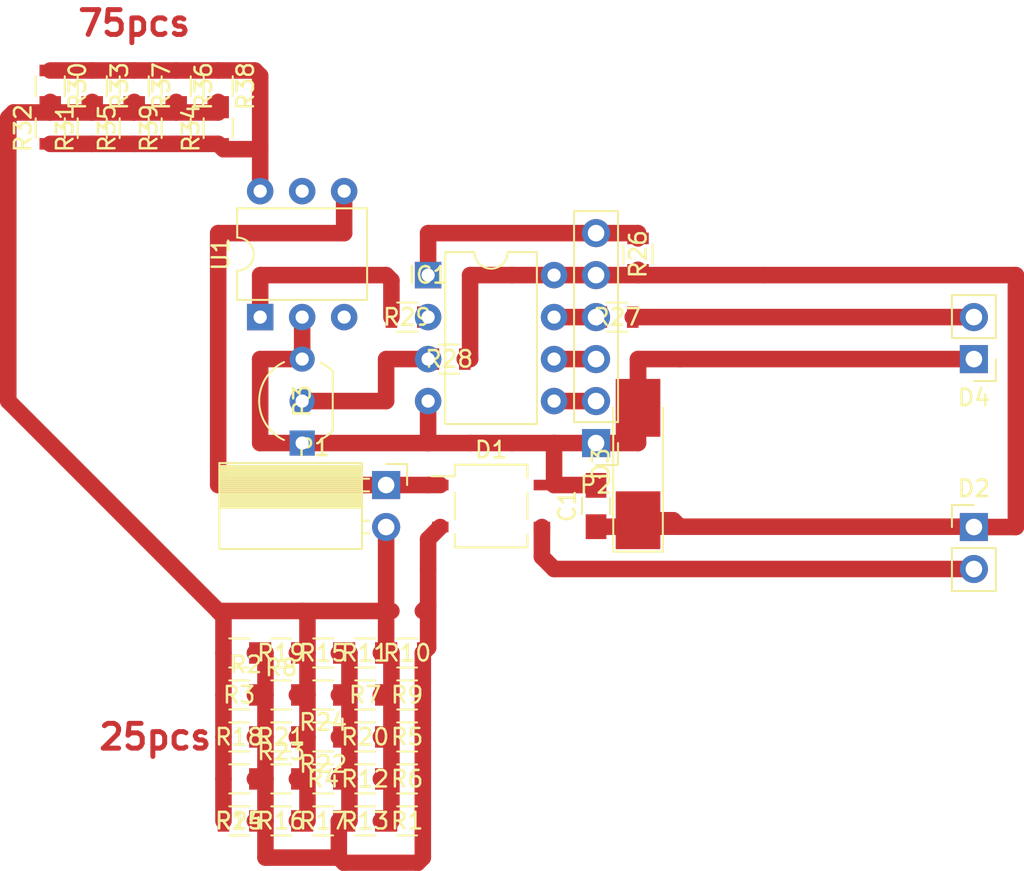
<source format=kicad_pcb>
(kicad_pcb (version 4) (host pcbnew 4.0.4+e1-6308~48~ubuntu16.04.1-stable)

  (general
    (links 98)
    (no_connects 0)
    (area 0 0 0 0)
    (thickness 1.6)
    (drawings 2)
    (tracks 156)
    (zones 0)
    (modules 49)
    (nets 16)
  )

  (page A4)
  (layers
    (0 F.Cu signal)
    (31 B.Cu signal)
    (32 B.Adhes user)
    (33 F.Adhes user)
    (34 B.Paste user)
    (35 F.Paste user)
    (36 B.SilkS user)
    (37 F.SilkS user)
    (38 B.Mask user)
    (39 F.Mask user)
    (40 Dwgs.User user)
    (41 Cmts.User user)
    (42 Eco1.User user)
    (43 Eco2.User user)
    (44 Edge.Cuts user)
    (45 Margin user)
    (46 B.CrtYd user)
    (47 F.CrtYd user)
    (48 B.Fab user)
    (49 F.Fab user)
  )

  (setup
    (last_trace_width 1)
    (user_trace_width 1)
    (trace_clearance 0.2)
    (zone_clearance 0.508)
    (zone_45_only no)
    (trace_min 0.2)
    (segment_width 0.2)
    (edge_width 0.15)
    (via_size 0.6)
    (via_drill 0.4)
    (via_min_size 0.4)
    (via_min_drill 0.3)
    (uvia_size 0.3)
    (uvia_drill 0.1)
    (uvias_allowed no)
    (uvia_min_size 0.2)
    (uvia_min_drill 0.1)
    (pcb_text_width 0.3)
    (pcb_text_size 1.5 1.5)
    (mod_edge_width 0.15)
    (mod_text_size 1 1)
    (mod_text_width 0.15)
    (pad_size 1.524 1.524)
    (pad_drill 0.762)
    (pad_to_mask_clearance 0.2)
    (aux_axis_origin 0 0)
    (visible_elements FFFFEF7F)
    (pcbplotparams
      (layerselection 0x00030_80000001)
      (usegerberextensions false)
      (excludeedgelayer true)
      (linewidth 0.100000)
      (plotframeref false)
      (viasonmask false)
      (mode 1)
      (useauxorigin false)
      (hpglpennumber 1)
      (hpglpenspeed 20)
      (hpglpendiameter 15)
      (hpglpenoverlay 2)
      (psnegative false)
      (psa4output false)
      (plotreference true)
      (plotvalue true)
      (plotinvisibletext false)
      (padsonsilk false)
      (subtractmaskfromsilk false)
      (outputformat 1)
      (mirror false)
      (drillshape 1)
      (scaleselection 1)
      (outputdirectory ""))
  )

  (net 0 "")
  (net 1 GNDREF)
  (net 2 "Net-(D1-Pad2)")
  (net 3 "Net-(D1-Pad3)")
  (net 4 "Net-(IC1-Pad3)")
  (net 5 "Net-(IC1-Pad5)")
  (net 6 "Net-(IC1-Pad6)")
  (net 7 "Net-(IC1-Pad7)")
  (net 8 "Net-(IC1-Pad1)")
  (net 9 "Net-(IC1-Pad2)")
  (net 10 "Net-(C1-Pad1)")
  (net 11 "Net-(D4-Pad2)")
  (net 12 "Net-(P1-Pad2)")
  (net 13 "Net-(R29-Pad1)")
  (net 14 "Net-(R30-Pad1)")
  (net 15 "Net-(D1-Pad1)")

  (net_class Default "This is the default net class."
    (clearance 0.2)
    (trace_width 0.25)
    (via_dia 0.6)
    (via_drill 0.4)
    (uvia_dia 0.3)
    (uvia_drill 0.1)
    (add_net GNDREF)
    (add_net "Net-(C1-Pad1)")
    (add_net "Net-(D1-Pad1)")
    (add_net "Net-(D1-Pad2)")
    (add_net "Net-(D1-Pad3)")
    (add_net "Net-(D4-Pad2)")
    (add_net "Net-(IC1-Pad1)")
    (add_net "Net-(IC1-Pad2)")
    (add_net "Net-(IC1-Pad3)")
    (add_net "Net-(IC1-Pad5)")
    (add_net "Net-(IC1-Pad6)")
    (add_net "Net-(IC1-Pad7)")
    (add_net "Net-(P1-Pad2)")
    (add_net "Net-(R29-Pad1)")
    (add_net "Net-(R30-Pad1)")
  )

  (module Housings_DIP:DIP-8_W7.62mm (layer F.Cu) (tedit 5961F958) (tstamp 59575F52)
    (at 111.76 85.09)
    (descr "8-lead dip package, row spacing 7.62 mm (300 mils)")
    (tags "DIL DIP PDIP 2.54mm 7.62mm 300mil")
    (path /59568822)
    (fp_text reference IC1 (at 0 0) (layer F.SilkS)
      (effects (font (size 1 1) (thickness 0.15)))
    )
    (fp_text value ATTINY45-P (at 3.81 -6.35 90) (layer F.Fab)
      (effects (font (size 1 1) (thickness 0.15)))
    )
    (fp_text user %R (at 0 -1.27) (layer F.Fab)
      (effects (font (size 1 1) (thickness 0.15)))
    )
    (fp_line (start 1.635 -1.27) (end 6.985 -1.27) (layer F.Fab) (width 0.1))
    (fp_line (start 6.985 -1.27) (end 6.985 8.89) (layer F.Fab) (width 0.1))
    (fp_line (start 6.985 8.89) (end 0.635 8.89) (layer F.Fab) (width 0.1))
    (fp_line (start 0.635 8.89) (end 0.635 -0.27) (layer F.Fab) (width 0.1))
    (fp_line (start 0.635 -0.27) (end 1.635 -1.27) (layer F.Fab) (width 0.1))
    (fp_line (start 2.81 -1.39) (end 1.04 -1.39) (layer F.SilkS) (width 0.12))
    (fp_line (start 1.04 -1.39) (end 1.04 9.01) (layer F.SilkS) (width 0.12))
    (fp_line (start 1.04 9.01) (end 6.58 9.01) (layer F.SilkS) (width 0.12))
    (fp_line (start 6.58 9.01) (end 6.58 -1.39) (layer F.SilkS) (width 0.12))
    (fp_line (start 6.58 -1.39) (end 4.81 -1.39) (layer F.SilkS) (width 0.12))
    (fp_line (start -1.1 -1.6) (end -1.1 9.2) (layer F.CrtYd) (width 0.05))
    (fp_line (start -1.1 9.2) (end 8.7 9.2) (layer F.CrtYd) (width 0.05))
    (fp_line (start 8.7 9.2) (end 8.7 -1.6) (layer F.CrtYd) (width 0.05))
    (fp_line (start 8.7 -1.6) (end -1.1 -1.6) (layer F.CrtYd) (width 0.05))
    (fp_arc (start 3.81 -1.39) (end 2.81 -1.39) (angle -180) (layer F.SilkS) (width 0.12))
    (pad 1 thru_hole rect (at 0 0) (size 1.6 1.6) (drill 0.8) (layers *.Cu *.Mask)
      (net 8 "Net-(IC1-Pad1)"))
    (pad 5 thru_hole oval (at 7.62 7.62) (size 1.6 1.6) (drill 0.8) (layers *.Cu *.Mask)
      (net 5 "Net-(IC1-Pad5)"))
    (pad 2 thru_hole oval (at 0 2.54) (size 1.6 1.6) (drill 0.8) (layers *.Cu *.Mask)
      (net 9 "Net-(IC1-Pad2)"))
    (pad 6 thru_hole oval (at 7.62 5.08) (size 1.6 1.6) (drill 0.8) (layers *.Cu *.Mask)
      (net 6 "Net-(IC1-Pad6)"))
    (pad 3 thru_hole oval (at 0 5.08) (size 1.6 1.6) (drill 0.8) (layers *.Cu *.Mask)
      (net 4 "Net-(IC1-Pad3)"))
    (pad 7 thru_hole oval (at 7.62 2.54) (size 1.6 1.6) (drill 0.8) (layers *.Cu *.Mask)
      (net 7 "Net-(IC1-Pad7)"))
    (pad 4 thru_hole oval (at 0 7.62) (size 1.6 1.6) (drill 0.8) (layers *.Cu *.Mask)
      (net 1 GNDREF))
    (pad 8 thru_hole oval (at 7.62 0) (size 1.6 1.6) (drill 0.8) (layers *.Cu *.Mask)
      (net 10 "Net-(C1-Pad1)"))
    (model ${KISYS3DMOD}/Housings_DIP.3dshapes/DIP-8_W7.62mm.wrl
      (at (xyz 0 0 0))
      (scale (xyz 1 1 1))
      (rotate (xyz 0 0 0))
    )
  )

  (module Resistors_SMD:R_0805 (layer F.Cu) (tedit 59612166) (tstamp 59575B72)
    (at 110.49 118.11 180)
    (descr "Resistor SMD 0805, reflow soldering, Vishay (see dcrcw.pdf)")
    (tags "resistor 0805")
    (path /59568A8D)
    (attr smd)
    (fp_text reference R1 (at 0 0 180) (layer F.SilkS)
      (effects (font (size 1 1) (thickness 0.15)))
    )
    (fp_text value 560K (at 0 0 180) (layer F.Fab)
      (effects (font (size 1 1) (thickness 0.15)))
    )
    (fp_text user %R (at 0 0 180) (layer F.Fab)
      (effects (font (size 0.5 0.5) (thickness 0.075)))
    )
    (fp_line (start -1 0.62) (end -1 -0.62) (layer F.Fab) (width 0.1))
    (fp_line (start 1 0.62) (end -1 0.62) (layer F.Fab) (width 0.1))
    (fp_line (start 1 -0.62) (end 1 0.62) (layer F.Fab) (width 0.1))
    (fp_line (start -1 -0.62) (end 1 -0.62) (layer F.Fab) (width 0.1))
    (fp_line (start 0.6 0.88) (end -0.6 0.88) (layer F.SilkS) (width 0.12))
    (fp_line (start -0.6 -0.88) (end 0.6 -0.88) (layer F.SilkS) (width 0.12))
    (fp_line (start -1.55 -0.9) (end 1.55 -0.9) (layer F.CrtYd) (width 0.05))
    (fp_line (start -1.55 -0.9) (end -1.55 0.9) (layer F.CrtYd) (width 0.05))
    (fp_line (start 1.55 0.9) (end 1.55 -0.9) (layer F.CrtYd) (width 0.05))
    (fp_line (start 1.55 0.9) (end -1.55 0.9) (layer F.CrtYd) (width 0.05))
    (pad 1 smd rect (at -0.95 0 180) (size 0.7 1.3) (layers F.Cu F.Paste F.Mask)
      (net 2 "Net-(D1-Pad2)"))
    (pad 2 smd rect (at 0.95 0 180) (size 0.7 1.3) (layers F.Cu F.Paste F.Mask)
      (net 12 "Net-(P1-Pad2)"))
    (model ${KISYS3DMOD}/Resistors_SMD.3dshapes/R_0805.wrl
      (at (xyz 0 0 0))
      (scale (xyz 1 1 1))
      (rotate (xyz 0 0 0))
    )
  )

  (module Resistors_SMD:R_0805 (layer F.Cu) (tedit 596123B2) (tstamp 59575B83)
    (at 100.33 107.95 180)
    (descr "Resistor SMD 0805, reflow soldering, Vishay (see dcrcw.pdf)")
    (tags "resistor 0805")
    (path /59576783)
    (attr smd)
    (fp_text reference R2 (at -0.411428 -0.700001 180) (layer F.SilkS)
      (effects (font (size 1 1) (thickness 0.15)))
    )
    (fp_text value 560K (at 0 0 180) (layer F.Fab)
      (effects (font (size 1 1) (thickness 0.15)))
    )
    (fp_text user %R (at 0 0 180) (layer F.Fab)
      (effects (font (size 0.5 0.5) (thickness 0.075)))
    )
    (fp_line (start -1 0.62) (end -1 -0.62) (layer F.Fab) (width 0.1))
    (fp_line (start 1 0.62) (end -1 0.62) (layer F.Fab) (width 0.1))
    (fp_line (start 1 -0.62) (end 1 0.62) (layer F.Fab) (width 0.1))
    (fp_line (start -1 -0.62) (end 1 -0.62) (layer F.Fab) (width 0.1))
    (fp_line (start 0.6 0.88) (end -0.6 0.88) (layer F.SilkS) (width 0.12))
    (fp_line (start -0.6 -0.88) (end 0.6 -0.88) (layer F.SilkS) (width 0.12))
    (fp_line (start -1.55 -0.9) (end 1.55 -0.9) (layer F.CrtYd) (width 0.05))
    (fp_line (start -1.55 -0.9) (end -1.55 0.9) (layer F.CrtYd) (width 0.05))
    (fp_line (start 1.55 0.9) (end 1.55 -0.9) (layer F.CrtYd) (width 0.05))
    (fp_line (start 1.55 0.9) (end -1.55 0.9) (layer F.CrtYd) (width 0.05))
    (pad 1 smd rect (at -0.95 0 180) (size 0.7 1.3) (layers F.Cu F.Paste F.Mask)
      (net 2 "Net-(D1-Pad2)"))
    (pad 2 smd rect (at 0.95 0 180) (size 0.7 1.3) (layers F.Cu F.Paste F.Mask)
      (net 12 "Net-(P1-Pad2)"))
    (model ${KISYS3DMOD}/Resistors_SMD.3dshapes/R_0805.wrl
      (at (xyz 0 0 0))
      (scale (xyz 1 1 1))
      (rotate (xyz 0 0 0))
    )
  )

  (module Resistors_SMD:R_0805 (layer F.Cu) (tedit 5961239D) (tstamp 59575B94)
    (at 100.33 110.49 180)
    (descr "Resistor SMD 0805, reflow soldering, Vishay (see dcrcw.pdf)")
    (tags "resistor 0805")
    (path /59576715)
    (attr smd)
    (fp_text reference R3 (at 0 0 180) (layer F.SilkS)
      (effects (font (size 1 1) (thickness 0.15)))
    )
    (fp_text value 560K (at 0 0 180) (layer F.Fab)
      (effects (font (size 1 1) (thickness 0.15)))
    )
    (fp_text user %R (at 0 0 180) (layer F.Fab)
      (effects (font (size 0.5 0.5) (thickness 0.075)))
    )
    (fp_line (start -1 0.62) (end -1 -0.62) (layer F.Fab) (width 0.1))
    (fp_line (start 1 0.62) (end -1 0.62) (layer F.Fab) (width 0.1))
    (fp_line (start 1 -0.62) (end 1 0.62) (layer F.Fab) (width 0.1))
    (fp_line (start -1 -0.62) (end 1 -0.62) (layer F.Fab) (width 0.1))
    (fp_line (start 0.6 0.88) (end -0.6 0.88) (layer F.SilkS) (width 0.12))
    (fp_line (start -0.6 -0.88) (end 0.6 -0.88) (layer F.SilkS) (width 0.12))
    (fp_line (start -1.55 -0.9) (end 1.55 -0.9) (layer F.CrtYd) (width 0.05))
    (fp_line (start -1.55 -0.9) (end -1.55 0.9) (layer F.CrtYd) (width 0.05))
    (fp_line (start 1.55 0.9) (end 1.55 -0.9) (layer F.CrtYd) (width 0.05))
    (fp_line (start 1.55 0.9) (end -1.55 0.9) (layer F.CrtYd) (width 0.05))
    (pad 1 smd rect (at -0.95 0 180) (size 0.7 1.3) (layers F.Cu F.Paste F.Mask)
      (net 2 "Net-(D1-Pad2)"))
    (pad 2 smd rect (at 0.95 0 180) (size 0.7 1.3) (layers F.Cu F.Paste F.Mask)
      (net 12 "Net-(P1-Pad2)"))
    (model ${KISYS3DMOD}/Resistors_SMD.3dshapes/R_0805.wrl
      (at (xyz 0 0 0))
      (scale (xyz 1 1 1))
      (rotate (xyz 0 0 0))
    )
  )

  (module Resistors_SMD:R_0805 (layer F.Cu) (tedit 59612161) (tstamp 59575BA5)
    (at 105.41 115.57 180)
    (descr "Resistor SMD 0805, reflow soldering, Vishay (see dcrcw.pdf)")
    (tags "resistor 0805")
    (path /595766C4)
    (attr smd)
    (fp_text reference R4 (at 0 0 180) (layer F.SilkS)
      (effects (font (size 1 1) (thickness 0.15)))
    )
    (fp_text value 560K (at 0 0 180) (layer F.Fab)
      (effects (font (size 1 1) (thickness 0.15)))
    )
    (fp_text user %R (at 0 0 180) (layer F.Fab)
      (effects (font (size 0.5 0.5) (thickness 0.075)))
    )
    (fp_line (start -1 0.62) (end -1 -0.62) (layer F.Fab) (width 0.1))
    (fp_line (start 1 0.62) (end -1 0.62) (layer F.Fab) (width 0.1))
    (fp_line (start 1 -0.62) (end 1 0.62) (layer F.Fab) (width 0.1))
    (fp_line (start -1 -0.62) (end 1 -0.62) (layer F.Fab) (width 0.1))
    (fp_line (start 0.6 0.88) (end -0.6 0.88) (layer F.SilkS) (width 0.12))
    (fp_line (start -0.6 -0.88) (end 0.6 -0.88) (layer F.SilkS) (width 0.12))
    (fp_line (start -1.55 -0.9) (end 1.55 -0.9) (layer F.CrtYd) (width 0.05))
    (fp_line (start -1.55 -0.9) (end -1.55 0.9) (layer F.CrtYd) (width 0.05))
    (fp_line (start 1.55 0.9) (end 1.55 -0.9) (layer F.CrtYd) (width 0.05))
    (fp_line (start 1.55 0.9) (end -1.55 0.9) (layer F.CrtYd) (width 0.05))
    (pad 1 smd rect (at -0.95 0 180) (size 0.7 1.3) (layers F.Cu F.Paste F.Mask)
      (net 2 "Net-(D1-Pad2)"))
    (pad 2 smd rect (at 0.95 0 180) (size 0.7 1.3) (layers F.Cu F.Paste F.Mask)
      (net 12 "Net-(P1-Pad2)"))
    (model ${KISYS3DMOD}/Resistors_SMD.3dshapes/R_0805.wrl
      (at (xyz 0 0 0))
      (scale (xyz 1 1 1))
      (rotate (xyz 0 0 0))
    )
  )

  (module Resistors_SMD:R_0805 (layer F.Cu) (tedit 59612171) (tstamp 59575BB6)
    (at 110.49 113.03 180)
    (descr "Resistor SMD 0805, reflow soldering, Vishay (see dcrcw.pdf)")
    (tags "resistor 0805")
    (path /59576662)
    (attr smd)
    (fp_text reference R5 (at 0 0 180) (layer F.SilkS)
      (effects (font (size 1 1) (thickness 0.15)))
    )
    (fp_text value 560K (at 0 0 180) (layer F.Fab)
      (effects (font (size 1 1) (thickness 0.15)))
    )
    (fp_text user %R (at 0 0 180) (layer F.Fab)
      (effects (font (size 0.5 0.5) (thickness 0.075)))
    )
    (fp_line (start -1 0.62) (end -1 -0.62) (layer F.Fab) (width 0.1))
    (fp_line (start 1 0.62) (end -1 0.62) (layer F.Fab) (width 0.1))
    (fp_line (start 1 -0.62) (end 1 0.62) (layer F.Fab) (width 0.1))
    (fp_line (start -1 -0.62) (end 1 -0.62) (layer F.Fab) (width 0.1))
    (fp_line (start 0.6 0.88) (end -0.6 0.88) (layer F.SilkS) (width 0.12))
    (fp_line (start -0.6 -0.88) (end 0.6 -0.88) (layer F.SilkS) (width 0.12))
    (fp_line (start -1.55 -0.9) (end 1.55 -0.9) (layer F.CrtYd) (width 0.05))
    (fp_line (start -1.55 -0.9) (end -1.55 0.9) (layer F.CrtYd) (width 0.05))
    (fp_line (start 1.55 0.9) (end 1.55 -0.9) (layer F.CrtYd) (width 0.05))
    (fp_line (start 1.55 0.9) (end -1.55 0.9) (layer F.CrtYd) (width 0.05))
    (pad 1 smd rect (at -0.95 0 180) (size 0.7 1.3) (layers F.Cu F.Paste F.Mask)
      (net 2 "Net-(D1-Pad2)"))
    (pad 2 smd rect (at 0.95 0 180) (size 0.7 1.3) (layers F.Cu F.Paste F.Mask)
      (net 12 "Net-(P1-Pad2)"))
    (model ${KISYS3DMOD}/Resistors_SMD.3dshapes/R_0805.wrl
      (at (xyz 0 0 0))
      (scale (xyz 1 1 1))
      (rotate (xyz 0 0 0))
    )
  )

  (module Resistors_SMD:R_0805 (layer F.Cu) (tedit 5961216E) (tstamp 59575BC7)
    (at 110.49 115.57 180)
    (descr "Resistor SMD 0805, reflow soldering, Vishay (see dcrcw.pdf)")
    (tags "resistor 0805")
    (path /59576604)
    (attr smd)
    (fp_text reference R6 (at 0 0 180) (layer F.SilkS)
      (effects (font (size 1 1) (thickness 0.15)))
    )
    (fp_text value 560K (at 0 0 180) (layer F.Fab)
      (effects (font (size 1 1) (thickness 0.15)))
    )
    (fp_text user %R (at 0 0 180) (layer F.Fab)
      (effects (font (size 0.5 0.5) (thickness 0.075)))
    )
    (fp_line (start -1 0.62) (end -1 -0.62) (layer F.Fab) (width 0.1))
    (fp_line (start 1 0.62) (end -1 0.62) (layer F.Fab) (width 0.1))
    (fp_line (start 1 -0.62) (end 1 0.62) (layer F.Fab) (width 0.1))
    (fp_line (start -1 -0.62) (end 1 -0.62) (layer F.Fab) (width 0.1))
    (fp_line (start 0.6 0.88) (end -0.6 0.88) (layer F.SilkS) (width 0.12))
    (fp_line (start -0.6 -0.88) (end 0.6 -0.88) (layer F.SilkS) (width 0.12))
    (fp_line (start -1.55 -0.9) (end 1.55 -0.9) (layer F.CrtYd) (width 0.05))
    (fp_line (start -1.55 -0.9) (end -1.55 0.9) (layer F.CrtYd) (width 0.05))
    (fp_line (start 1.55 0.9) (end 1.55 -0.9) (layer F.CrtYd) (width 0.05))
    (fp_line (start 1.55 0.9) (end -1.55 0.9) (layer F.CrtYd) (width 0.05))
    (pad 1 smd rect (at -0.95 0 180) (size 0.7 1.3) (layers F.Cu F.Paste F.Mask)
      (net 2 "Net-(D1-Pad2)"))
    (pad 2 smd rect (at 0.95 0 180) (size 0.7 1.3) (layers F.Cu F.Paste F.Mask)
      (net 12 "Net-(P1-Pad2)"))
    (model ${KISYS3DMOD}/Resistors_SMD.3dshapes/R_0805.wrl
      (at (xyz 0 0 0))
      (scale (xyz 1 1 1))
      (rotate (xyz 0 0 0))
    )
  )

  (module Resistors_SMD:R_0805 (layer F.Cu) (tedit 5961218B) (tstamp 59575F63)
    (at 107.95 110.49)
    (descr "Resistor SMD 0805, reflow soldering, Vishay (see dcrcw.pdf)")
    (tags "resistor 0805")
    (path /59576586)
    (attr smd)
    (fp_text reference R7 (at 0 0) (layer F.SilkS)
      (effects (font (size 1 1) (thickness 0.15)))
    )
    (fp_text value 560K (at 0 0) (layer F.Fab)
      (effects (font (size 1 1) (thickness 0.15)))
    )
    (fp_text user %R (at 0 0) (layer F.Fab)
      (effects (font (size 0.5 0.5) (thickness 0.075)))
    )
    (fp_line (start -1 0.62) (end -1 -0.62) (layer F.Fab) (width 0.1))
    (fp_line (start 1 0.62) (end -1 0.62) (layer F.Fab) (width 0.1))
    (fp_line (start 1 -0.62) (end 1 0.62) (layer F.Fab) (width 0.1))
    (fp_line (start -1 -0.62) (end 1 -0.62) (layer F.Fab) (width 0.1))
    (fp_line (start 0.6 0.88) (end -0.6 0.88) (layer F.SilkS) (width 0.12))
    (fp_line (start -0.6 -0.88) (end 0.6 -0.88) (layer F.SilkS) (width 0.12))
    (fp_line (start -1.55 -0.9) (end 1.55 -0.9) (layer F.CrtYd) (width 0.05))
    (fp_line (start -1.55 -0.9) (end -1.55 0.9) (layer F.CrtYd) (width 0.05))
    (fp_line (start 1.55 0.9) (end 1.55 -0.9) (layer F.CrtYd) (width 0.05))
    (fp_line (start 1.55 0.9) (end -1.55 0.9) (layer F.CrtYd) (width 0.05))
    (pad 1 smd rect (at -0.95 0) (size 0.7 1.3) (layers F.Cu F.Paste F.Mask)
      (net 2 "Net-(D1-Pad2)"))
    (pad 2 smd rect (at 0.95 0) (size 0.7 1.3) (layers F.Cu F.Paste F.Mask)
      (net 12 "Net-(P1-Pad2)"))
    (model ${KISYS3DMOD}/Resistors_SMD.3dshapes/R_0805.wrl
      (at (xyz 0 0 0))
      (scale (xyz 1 1 1))
      (rotate (xyz 0 0 0))
    )
  )

  (module Resistors_SMD:R_0805 (layer F.Cu) (tedit 596122CB) (tstamp 59575F74)
    (at 102.87 110.49)
    (descr "Resistor SMD 0805, reflow soldering, Vishay (see dcrcw.pdf)")
    (tags "resistor 0805")
    (path /5957652C)
    (attr smd)
    (fp_text reference R8 (at 0 -1.65) (layer F.SilkS)
      (effects (font (size 1 1) (thickness 0.15)))
    )
    (fp_text value 560K (at 0 0) (layer F.Fab)
      (effects (font (size 1 1) (thickness 0.15)))
    )
    (fp_text user %R (at 0 0) (layer F.Fab)
      (effects (font (size 0.5 0.5) (thickness 0.075)))
    )
    (fp_line (start -1 0.62) (end -1 -0.62) (layer F.Fab) (width 0.1))
    (fp_line (start 1 0.62) (end -1 0.62) (layer F.Fab) (width 0.1))
    (fp_line (start 1 -0.62) (end 1 0.62) (layer F.Fab) (width 0.1))
    (fp_line (start -1 -0.62) (end 1 -0.62) (layer F.Fab) (width 0.1))
    (fp_line (start 0.6 0.88) (end -0.6 0.88) (layer F.SilkS) (width 0.12))
    (fp_line (start -0.6 -0.88) (end 0.6 -0.88) (layer F.SilkS) (width 0.12))
    (fp_line (start -1.55 -0.9) (end 1.55 -0.9) (layer F.CrtYd) (width 0.05))
    (fp_line (start -1.55 -0.9) (end -1.55 0.9) (layer F.CrtYd) (width 0.05))
    (fp_line (start 1.55 0.9) (end 1.55 -0.9) (layer F.CrtYd) (width 0.05))
    (fp_line (start 1.55 0.9) (end -1.55 0.9) (layer F.CrtYd) (width 0.05))
    (pad 1 smd rect (at -0.95 0) (size 0.7 1.3) (layers F.Cu F.Paste F.Mask)
      (net 2 "Net-(D1-Pad2)"))
    (pad 2 smd rect (at 0.95 0) (size 0.7 1.3) (layers F.Cu F.Paste F.Mask)
      (net 12 "Net-(P1-Pad2)"))
    (model ${KISYS3DMOD}/Resistors_SMD.3dshapes/R_0805.wrl
      (at (xyz 0 0 0))
      (scale (xyz 1 1 1))
      (rotate (xyz 0 0 0))
    )
  )

  (module Resistors_SMD:R_0805 (layer F.Cu) (tedit 5961217E) (tstamp 59575F85)
    (at 110.49 110.49 180)
    (descr "Resistor SMD 0805, reflow soldering, Vishay (see dcrcw.pdf)")
    (tags "resistor 0805")
    (path /5961949A)
    (attr smd)
    (fp_text reference R9 (at 0 0 180) (layer F.SilkS)
      (effects (font (size 1 1) (thickness 0.15)))
    )
    (fp_text value 560K (at 0 0 180) (layer F.Fab)
      (effects (font (size 1 1) (thickness 0.15)))
    )
    (fp_text user %R (at 0 0 180) (layer F.Fab)
      (effects (font (size 0.5 0.5) (thickness 0.075)))
    )
    (fp_line (start -1 0.62) (end -1 -0.62) (layer F.Fab) (width 0.1))
    (fp_line (start 1 0.62) (end -1 0.62) (layer F.Fab) (width 0.1))
    (fp_line (start 1 -0.62) (end 1 0.62) (layer F.Fab) (width 0.1))
    (fp_line (start -1 -0.62) (end 1 -0.62) (layer F.Fab) (width 0.1))
    (fp_line (start 0.6 0.88) (end -0.6 0.88) (layer F.SilkS) (width 0.12))
    (fp_line (start -0.6 -0.88) (end 0.6 -0.88) (layer F.SilkS) (width 0.12))
    (fp_line (start -1.55 -0.9) (end 1.55 -0.9) (layer F.CrtYd) (width 0.05))
    (fp_line (start -1.55 -0.9) (end -1.55 0.9) (layer F.CrtYd) (width 0.05))
    (fp_line (start 1.55 0.9) (end 1.55 -0.9) (layer F.CrtYd) (width 0.05))
    (fp_line (start 1.55 0.9) (end -1.55 0.9) (layer F.CrtYd) (width 0.05))
    (pad 1 smd rect (at -0.95 0 180) (size 0.7 1.3) (layers F.Cu F.Paste F.Mask)
      (net 2 "Net-(D1-Pad2)"))
    (pad 2 smd rect (at 0.95 0 180) (size 0.7 1.3) (layers F.Cu F.Paste F.Mask)
      (net 12 "Net-(P1-Pad2)"))
    (model ${KISYS3DMOD}/Resistors_SMD.3dshapes/R_0805.wrl
      (at (xyz 0 0 0))
      (scale (xyz 1 1 1))
      (rotate (xyz 0 0 0))
    )
  )

  (module Resistors_SMD:R_0805 (layer F.Cu) (tedit 59612180) (tstamp 59575F96)
    (at 110.49 107.95 180)
    (descr "Resistor SMD 0805, reflow soldering, Vishay (see dcrcw.pdf)")
    (tags "resistor 0805")
    (path /596194B2)
    (attr smd)
    (fp_text reference R10 (at 0 0 180) (layer F.SilkS)
      (effects (font (size 1 1) (thickness 0.15)))
    )
    (fp_text value 560K (at 0 0 180) (layer F.Fab)
      (effects (font (size 1 1) (thickness 0.15)))
    )
    (fp_text user %R (at 0 0 180) (layer F.Fab)
      (effects (font (size 0.5 0.5) (thickness 0.075)))
    )
    (fp_line (start -1 0.62) (end -1 -0.62) (layer F.Fab) (width 0.1))
    (fp_line (start 1 0.62) (end -1 0.62) (layer F.Fab) (width 0.1))
    (fp_line (start 1 -0.62) (end 1 0.62) (layer F.Fab) (width 0.1))
    (fp_line (start -1 -0.62) (end 1 -0.62) (layer F.Fab) (width 0.1))
    (fp_line (start 0.6 0.88) (end -0.6 0.88) (layer F.SilkS) (width 0.12))
    (fp_line (start -0.6 -0.88) (end 0.6 -0.88) (layer F.SilkS) (width 0.12))
    (fp_line (start -1.55 -0.9) (end 1.55 -0.9) (layer F.CrtYd) (width 0.05))
    (fp_line (start -1.55 -0.9) (end -1.55 0.9) (layer F.CrtYd) (width 0.05))
    (fp_line (start 1.55 0.9) (end 1.55 -0.9) (layer F.CrtYd) (width 0.05))
    (fp_line (start 1.55 0.9) (end -1.55 0.9) (layer F.CrtYd) (width 0.05))
    (pad 1 smd rect (at -0.95 0 180) (size 0.7 1.3) (layers F.Cu F.Paste F.Mask)
      (net 2 "Net-(D1-Pad2)"))
    (pad 2 smd rect (at 0.95 0 180) (size 0.7 1.3) (layers F.Cu F.Paste F.Mask)
      (net 12 "Net-(P1-Pad2)"))
    (model ${KISYS3DMOD}/Resistors_SMD.3dshapes/R_0805.wrl
      (at (xyz 0 0 0))
      (scale (xyz 1 1 1))
      (rotate (xyz 0 0 0))
    )
  )

  (module Resistors_SMD:R_0805 (layer F.Cu) (tedit 5961218A) (tstamp 59575FA7)
    (at 107.95 107.95)
    (descr "Resistor SMD 0805, reflow soldering, Vishay (see dcrcw.pdf)")
    (tags "resistor 0805")
    (path /596194AC)
    (attr smd)
    (fp_text reference R11 (at 0 0) (layer F.SilkS)
      (effects (font (size 1 1) (thickness 0.15)))
    )
    (fp_text value 560K (at 0 0) (layer F.Fab)
      (effects (font (size 1 1) (thickness 0.15)))
    )
    (fp_text user %R (at 0 0) (layer F.Fab)
      (effects (font (size 0.5 0.5) (thickness 0.075)))
    )
    (fp_line (start -1 0.62) (end -1 -0.62) (layer F.Fab) (width 0.1))
    (fp_line (start 1 0.62) (end -1 0.62) (layer F.Fab) (width 0.1))
    (fp_line (start 1 -0.62) (end 1 0.62) (layer F.Fab) (width 0.1))
    (fp_line (start -1 -0.62) (end 1 -0.62) (layer F.Fab) (width 0.1))
    (fp_line (start 0.6 0.88) (end -0.6 0.88) (layer F.SilkS) (width 0.12))
    (fp_line (start -0.6 -0.88) (end 0.6 -0.88) (layer F.SilkS) (width 0.12))
    (fp_line (start -1.55 -0.9) (end 1.55 -0.9) (layer F.CrtYd) (width 0.05))
    (fp_line (start -1.55 -0.9) (end -1.55 0.9) (layer F.CrtYd) (width 0.05))
    (fp_line (start 1.55 0.9) (end 1.55 -0.9) (layer F.CrtYd) (width 0.05))
    (fp_line (start 1.55 0.9) (end -1.55 0.9) (layer F.CrtYd) (width 0.05))
    (pad 1 smd rect (at -0.95 0) (size 0.7 1.3) (layers F.Cu F.Paste F.Mask)
      (net 2 "Net-(D1-Pad2)"))
    (pad 2 smd rect (at 0.95 0) (size 0.7 1.3) (layers F.Cu F.Paste F.Mask)
      (net 12 "Net-(P1-Pad2)"))
    (model ${KISYS3DMOD}/Resistors_SMD.3dshapes/R_0805.wrl
      (at (xyz 0 0 0))
      (scale (xyz 1 1 1))
      (rotate (xyz 0 0 0))
    )
  )

  (module Resistors_SMD:R_0805 (layer F.Cu) (tedit 5961216A) (tstamp 59575FB8)
    (at 107.95 115.57)
    (descr "Resistor SMD 0805, reflow soldering, Vishay (see dcrcw.pdf)")
    (tags "resistor 0805")
    (path /596194A6)
    (attr smd)
    (fp_text reference R12 (at 0 0) (layer F.SilkS)
      (effects (font (size 1 1) (thickness 0.15)))
    )
    (fp_text value 560K (at 0 0) (layer F.Fab)
      (effects (font (size 1 1) (thickness 0.15)))
    )
    (fp_text user %R (at 0 0) (layer F.Fab)
      (effects (font (size 0.5 0.5) (thickness 0.075)))
    )
    (fp_line (start -1 0.62) (end -1 -0.62) (layer F.Fab) (width 0.1))
    (fp_line (start 1 0.62) (end -1 0.62) (layer F.Fab) (width 0.1))
    (fp_line (start 1 -0.62) (end 1 0.62) (layer F.Fab) (width 0.1))
    (fp_line (start -1 -0.62) (end 1 -0.62) (layer F.Fab) (width 0.1))
    (fp_line (start 0.6 0.88) (end -0.6 0.88) (layer F.SilkS) (width 0.12))
    (fp_line (start -0.6 -0.88) (end 0.6 -0.88) (layer F.SilkS) (width 0.12))
    (fp_line (start -1.55 -0.9) (end 1.55 -0.9) (layer F.CrtYd) (width 0.05))
    (fp_line (start -1.55 -0.9) (end -1.55 0.9) (layer F.CrtYd) (width 0.05))
    (fp_line (start 1.55 0.9) (end 1.55 -0.9) (layer F.CrtYd) (width 0.05))
    (fp_line (start 1.55 0.9) (end -1.55 0.9) (layer F.CrtYd) (width 0.05))
    (pad 1 smd rect (at -0.95 0) (size 0.7 1.3) (layers F.Cu F.Paste F.Mask)
      (net 2 "Net-(D1-Pad2)"))
    (pad 2 smd rect (at 0.95 0) (size 0.7 1.3) (layers F.Cu F.Paste F.Mask)
      (net 12 "Net-(P1-Pad2)"))
    (model ${KISYS3DMOD}/Resistors_SMD.3dshapes/R_0805.wrl
      (at (xyz 0 0 0))
      (scale (xyz 1 1 1))
      (rotate (xyz 0 0 0))
    )
  )

  (module Resistors_SMD:R_0805 (layer F.Cu) (tedit 59612168) (tstamp 59575FC9)
    (at 107.95 118.11)
    (descr "Resistor SMD 0805, reflow soldering, Vishay (see dcrcw.pdf)")
    (tags "resistor 0805")
    (path /596194A0)
    (attr smd)
    (fp_text reference R13 (at 0 0) (layer F.SilkS)
      (effects (font (size 1 1) (thickness 0.15)))
    )
    (fp_text value 560K (at 0 0) (layer F.Fab)
      (effects (font (size 1 1) (thickness 0.15)))
    )
    (fp_text user %R (at 0 0) (layer F.Fab)
      (effects (font (size 0.5 0.5) (thickness 0.075)))
    )
    (fp_line (start -1 0.62) (end -1 -0.62) (layer F.Fab) (width 0.1))
    (fp_line (start 1 0.62) (end -1 0.62) (layer F.Fab) (width 0.1))
    (fp_line (start 1 -0.62) (end 1 0.62) (layer F.Fab) (width 0.1))
    (fp_line (start -1 -0.62) (end 1 -0.62) (layer F.Fab) (width 0.1))
    (fp_line (start 0.6 0.88) (end -0.6 0.88) (layer F.SilkS) (width 0.12))
    (fp_line (start -0.6 -0.88) (end 0.6 -0.88) (layer F.SilkS) (width 0.12))
    (fp_line (start -1.55 -0.9) (end 1.55 -0.9) (layer F.CrtYd) (width 0.05))
    (fp_line (start -1.55 -0.9) (end -1.55 0.9) (layer F.CrtYd) (width 0.05))
    (fp_line (start 1.55 0.9) (end 1.55 -0.9) (layer F.CrtYd) (width 0.05))
    (fp_line (start 1.55 0.9) (end -1.55 0.9) (layer F.CrtYd) (width 0.05))
    (pad 1 smd rect (at -0.95 0) (size 0.7 1.3) (layers F.Cu F.Paste F.Mask)
      (net 2 "Net-(D1-Pad2)"))
    (pad 2 smd rect (at 0.95 0) (size 0.7 1.3) (layers F.Cu F.Paste F.Mask)
      (net 12 "Net-(P1-Pad2)"))
    (model ${KISYS3DMOD}/Resistors_SMD.3dshapes/R_0805.wrl
      (at (xyz 0 0 0))
      (scale (xyz 1 1 1))
      (rotate (xyz 0 0 0))
    )
  )

  (module Resistors_SMD:R_0805 (layer F.Cu) (tedit 5961F96B) (tstamp 59575FDA)
    (at 100.33 118.11 180)
    (descr "Resistor SMD 0805, reflow soldering, Vishay (see dcrcw.pdf)")
    (tags "resistor 0805")
    (path /596194B8)
    (attr smd)
    (fp_text reference R14 (at 0 0 180) (layer F.SilkS)
      (effects (font (size 1 1) (thickness 0.15)))
    )
    (fp_text value 560K (at 5.08 0 180) (layer F.Fab)
      (effects (font (size 1 1) (thickness 0.15)))
    )
    (fp_text user %R (at 0 0 180) (layer F.Fab)
      (effects (font (size 0.5 0.5) (thickness 0.075)))
    )
    (fp_line (start -1 0.62) (end -1 -0.62) (layer F.Fab) (width 0.1))
    (fp_line (start 1 0.62) (end -1 0.62) (layer F.Fab) (width 0.1))
    (fp_line (start 1 -0.62) (end 1 0.62) (layer F.Fab) (width 0.1))
    (fp_line (start -1 -0.62) (end 1 -0.62) (layer F.Fab) (width 0.1))
    (fp_line (start 0.6 0.88) (end -0.6 0.88) (layer F.SilkS) (width 0.12))
    (fp_line (start -0.6 -0.88) (end 0.6 -0.88) (layer F.SilkS) (width 0.12))
    (fp_line (start -1.55 -0.9) (end 1.55 -0.9) (layer F.CrtYd) (width 0.05))
    (fp_line (start -1.55 -0.9) (end -1.55 0.9) (layer F.CrtYd) (width 0.05))
    (fp_line (start 1.55 0.9) (end 1.55 -0.9) (layer F.CrtYd) (width 0.05))
    (fp_line (start 1.55 0.9) (end -1.55 0.9) (layer F.CrtYd) (width 0.05))
    (pad 1 smd rect (at -0.95 0 180) (size 0.7 1.3) (layers F.Cu F.Paste F.Mask)
      (net 2 "Net-(D1-Pad2)"))
    (pad 2 smd rect (at 0.95 0 180) (size 0.7 1.3) (layers F.Cu F.Paste F.Mask)
      (net 12 "Net-(P1-Pad2)"))
    (model ${KISYS3DMOD}/Resistors_SMD.3dshapes/R_0805.wrl
      (at (xyz 0 0 0))
      (scale (xyz 1 1 1))
      (rotate (xyz 0 0 0))
    )
  )

  (module Resistors_SMD:R_0805 (layer F.Cu) (tedit 5961215F) (tstamp 59575FEB)
    (at 105.41 107.95 180)
    (descr "Resistor SMD 0805, reflow soldering, Vishay (see dcrcw.pdf)")
    (tags "resistor 0805")
    (path /596194BE)
    (attr smd)
    (fp_text reference R15 (at 0 0 180) (layer F.SilkS)
      (effects (font (size 1 1) (thickness 0.15)))
    )
    (fp_text value 560K (at 0 0 180) (layer F.Fab)
      (effects (font (size 1 1) (thickness 0.15)))
    )
    (fp_text user %R (at 0 0 180) (layer F.Fab)
      (effects (font (size 0.5 0.5) (thickness 0.075)))
    )
    (fp_line (start -1 0.62) (end -1 -0.62) (layer F.Fab) (width 0.1))
    (fp_line (start 1 0.62) (end -1 0.62) (layer F.Fab) (width 0.1))
    (fp_line (start 1 -0.62) (end 1 0.62) (layer F.Fab) (width 0.1))
    (fp_line (start -1 -0.62) (end 1 -0.62) (layer F.Fab) (width 0.1))
    (fp_line (start 0.6 0.88) (end -0.6 0.88) (layer F.SilkS) (width 0.12))
    (fp_line (start -0.6 -0.88) (end 0.6 -0.88) (layer F.SilkS) (width 0.12))
    (fp_line (start -1.55 -0.9) (end 1.55 -0.9) (layer F.CrtYd) (width 0.05))
    (fp_line (start -1.55 -0.9) (end -1.55 0.9) (layer F.CrtYd) (width 0.05))
    (fp_line (start 1.55 0.9) (end 1.55 -0.9) (layer F.CrtYd) (width 0.05))
    (fp_line (start 1.55 0.9) (end -1.55 0.9) (layer F.CrtYd) (width 0.05))
    (pad 1 smd rect (at -0.95 0 180) (size 0.7 1.3) (layers F.Cu F.Paste F.Mask)
      (net 2 "Net-(D1-Pad2)"))
    (pad 2 smd rect (at 0.95 0 180) (size 0.7 1.3) (layers F.Cu F.Paste F.Mask)
      (net 12 "Net-(P1-Pad2)"))
    (model ${KISYS3DMOD}/Resistors_SMD.3dshapes/R_0805.wrl
      (at (xyz 0 0 0))
      (scale (xyz 1 1 1))
      (rotate (xyz 0 0 0))
    )
  )

  (module Resistors_SMD:R_0805 (layer F.Cu) (tedit 595763FA) (tstamp 59575FFC)
    (at 102.87 118.11)
    (descr "Resistor SMD 0805, reflow soldering, Vishay (see dcrcw.pdf)")
    (tags "resistor 0805")
    (path /596194C4)
    (attr smd)
    (fp_text reference R16 (at 0 0) (layer F.SilkS)
      (effects (font (size 1 1) (thickness 0.15)))
    )
    (fp_text value 560K (at 3.81 0) (layer F.Fab)
      (effects (font (size 1 1) (thickness 0.15)))
    )
    (fp_text user %R (at 0 0) (layer F.Fab)
      (effects (font (size 0.5 0.5) (thickness 0.075)))
    )
    (fp_line (start -1 0.62) (end -1 -0.62) (layer F.Fab) (width 0.1))
    (fp_line (start 1 0.62) (end -1 0.62) (layer F.Fab) (width 0.1))
    (fp_line (start 1 -0.62) (end 1 0.62) (layer F.Fab) (width 0.1))
    (fp_line (start -1 -0.62) (end 1 -0.62) (layer F.Fab) (width 0.1))
    (fp_line (start 0.6 0.88) (end -0.6 0.88) (layer F.SilkS) (width 0.12))
    (fp_line (start -0.6 -0.88) (end 0.6 -0.88) (layer F.SilkS) (width 0.12))
    (fp_line (start -1.55 -0.9) (end 1.55 -0.9) (layer F.CrtYd) (width 0.05))
    (fp_line (start -1.55 -0.9) (end -1.55 0.9) (layer F.CrtYd) (width 0.05))
    (fp_line (start 1.55 0.9) (end 1.55 -0.9) (layer F.CrtYd) (width 0.05))
    (fp_line (start 1.55 0.9) (end -1.55 0.9) (layer F.CrtYd) (width 0.05))
    (pad 1 smd rect (at -0.95 0) (size 0.7 1.3) (layers F.Cu F.Paste F.Mask)
      (net 2 "Net-(D1-Pad2)"))
    (pad 2 smd rect (at 0.95 0) (size 0.7 1.3) (layers F.Cu F.Paste F.Mask)
      (net 12 "Net-(P1-Pad2)"))
    (model ${KISYS3DMOD}/Resistors_SMD.3dshapes/R_0805.wrl
      (at (xyz 0 0 0))
      (scale (xyz 1 1 1))
      (rotate (xyz 0 0 0))
    )
  )

  (module Resistors_SMD:R_0805 (layer F.Cu) (tedit 59612162) (tstamp 5957600D)
    (at 105.41 118.11 180)
    (descr "Resistor SMD 0805, reflow soldering, Vishay (see dcrcw.pdf)")
    (tags "resistor 0805")
    (path /5961A4D0)
    (attr smd)
    (fp_text reference R17 (at 0 0 180) (layer F.SilkS)
      (effects (font (size 1 1) (thickness 0.15)))
    )
    (fp_text value 560K (at 0 0 180) (layer F.Fab)
      (effects (font (size 1 1) (thickness 0.15)))
    )
    (fp_text user %R (at 0 0 180) (layer F.Fab)
      (effects (font (size 0.5 0.5) (thickness 0.075)))
    )
    (fp_line (start -1 0.62) (end -1 -0.62) (layer F.Fab) (width 0.1))
    (fp_line (start 1 0.62) (end -1 0.62) (layer F.Fab) (width 0.1))
    (fp_line (start 1 -0.62) (end 1 0.62) (layer F.Fab) (width 0.1))
    (fp_line (start -1 -0.62) (end 1 -0.62) (layer F.Fab) (width 0.1))
    (fp_line (start 0.6 0.88) (end -0.6 0.88) (layer F.SilkS) (width 0.12))
    (fp_line (start -0.6 -0.88) (end 0.6 -0.88) (layer F.SilkS) (width 0.12))
    (fp_line (start -1.55 -0.9) (end 1.55 -0.9) (layer F.CrtYd) (width 0.05))
    (fp_line (start -1.55 -0.9) (end -1.55 0.9) (layer F.CrtYd) (width 0.05))
    (fp_line (start 1.55 0.9) (end 1.55 -0.9) (layer F.CrtYd) (width 0.05))
    (fp_line (start 1.55 0.9) (end -1.55 0.9) (layer F.CrtYd) (width 0.05))
    (pad 1 smd rect (at -0.95 0 180) (size 0.7 1.3) (layers F.Cu F.Paste F.Mask)
      (net 2 "Net-(D1-Pad2)"))
    (pad 2 smd rect (at 0.95 0 180) (size 0.7 1.3) (layers F.Cu F.Paste F.Mask)
      (net 12 "Net-(P1-Pad2)"))
    (model ${KISYS3DMOD}/Resistors_SMD.3dshapes/R_0805.wrl
      (at (xyz 0 0 0))
      (scale (xyz 1 1 1))
      (rotate (xyz 0 0 0))
    )
  )

  (module Resistors_SMD:R_0805 (layer F.Cu) (tedit 59612391) (tstamp 5957601E)
    (at 100.33 113.03 180)
    (descr "Resistor SMD 0805, reflow soldering, Vishay (see dcrcw.pdf)")
    (tags "resistor 0805")
    (path /5961A4E8)
    (attr smd)
    (fp_text reference R18 (at 0 0 180) (layer F.SilkS)
      (effects (font (size 1 1) (thickness 0.15)))
    )
    (fp_text value 560K (at 0 0 180) (layer F.Fab)
      (effects (font (size 1 1) (thickness 0.15)))
    )
    (fp_text user %R (at 0 0 180) (layer F.Fab)
      (effects (font (size 0.5 0.5) (thickness 0.075)))
    )
    (fp_line (start -1 0.62) (end -1 -0.62) (layer F.Fab) (width 0.1))
    (fp_line (start 1 0.62) (end -1 0.62) (layer F.Fab) (width 0.1))
    (fp_line (start 1 -0.62) (end 1 0.62) (layer F.Fab) (width 0.1))
    (fp_line (start -1 -0.62) (end 1 -0.62) (layer F.Fab) (width 0.1))
    (fp_line (start 0.6 0.88) (end -0.6 0.88) (layer F.SilkS) (width 0.12))
    (fp_line (start -0.6 -0.88) (end 0.6 -0.88) (layer F.SilkS) (width 0.12))
    (fp_line (start -1.55 -0.9) (end 1.55 -0.9) (layer F.CrtYd) (width 0.05))
    (fp_line (start -1.55 -0.9) (end -1.55 0.9) (layer F.CrtYd) (width 0.05))
    (fp_line (start 1.55 0.9) (end 1.55 -0.9) (layer F.CrtYd) (width 0.05))
    (fp_line (start 1.55 0.9) (end -1.55 0.9) (layer F.CrtYd) (width 0.05))
    (pad 1 smd rect (at -0.95 0 180) (size 0.7 1.3) (layers F.Cu F.Paste F.Mask)
      (net 2 "Net-(D1-Pad2)"))
    (pad 2 smd rect (at 0.95 0 180) (size 0.7 1.3) (layers F.Cu F.Paste F.Mask)
      (net 12 "Net-(P1-Pad2)"))
    (model ${KISYS3DMOD}/Resistors_SMD.3dshapes/R_0805.wrl
      (at (xyz 0 0 0))
      (scale (xyz 1 1 1))
      (rotate (xyz 0 0 0))
    )
  )

  (module Resistors_SMD:R_0805 (layer F.Cu) (tedit 596122D4) (tstamp 5957602F)
    (at 102.87 107.95)
    (descr "Resistor SMD 0805, reflow soldering, Vishay (see dcrcw.pdf)")
    (tags "resistor 0805")
    (path /5961A4E2)
    (attr smd)
    (fp_text reference R19 (at 0 0) (layer F.SilkS)
      (effects (font (size 1 1) (thickness 0.15)))
    )
    (fp_text value 560K (at 0 0) (layer F.Fab)
      (effects (font (size 1 1) (thickness 0.15)))
    )
    (fp_text user %R (at 0 0) (layer F.Fab)
      (effects (font (size 0.5 0.5) (thickness 0.075)))
    )
    (fp_line (start -1 0.62) (end -1 -0.62) (layer F.Fab) (width 0.1))
    (fp_line (start 1 0.62) (end -1 0.62) (layer F.Fab) (width 0.1))
    (fp_line (start 1 -0.62) (end 1 0.62) (layer F.Fab) (width 0.1))
    (fp_line (start -1 -0.62) (end 1 -0.62) (layer F.Fab) (width 0.1))
    (fp_line (start 0.6 0.88) (end -0.6 0.88) (layer F.SilkS) (width 0.12))
    (fp_line (start -0.6 -0.88) (end 0.6 -0.88) (layer F.SilkS) (width 0.12))
    (fp_line (start -1.55 -0.9) (end 1.55 -0.9) (layer F.CrtYd) (width 0.05))
    (fp_line (start -1.55 -0.9) (end -1.55 0.9) (layer F.CrtYd) (width 0.05))
    (fp_line (start 1.55 0.9) (end 1.55 -0.9) (layer F.CrtYd) (width 0.05))
    (fp_line (start 1.55 0.9) (end -1.55 0.9) (layer F.CrtYd) (width 0.05))
    (pad 1 smd rect (at -0.95 0) (size 0.7 1.3) (layers F.Cu F.Paste F.Mask)
      (net 2 "Net-(D1-Pad2)"))
    (pad 2 smd rect (at 0.95 0) (size 0.7 1.3) (layers F.Cu F.Paste F.Mask)
      (net 12 "Net-(P1-Pad2)"))
    (model ${KISYS3DMOD}/Resistors_SMD.3dshapes/R_0805.wrl
      (at (xyz 0 0 0))
      (scale (xyz 1 1 1))
      (rotate (xyz 0 0 0))
    )
  )

  (module Resistors_SMD:R_0805 (layer F.Cu) (tedit 59612175) (tstamp 59576040)
    (at 107.95 113.03)
    (descr "Resistor SMD 0805, reflow soldering, Vishay (see dcrcw.pdf)")
    (tags "resistor 0805")
    (path /5961A4DC)
    (attr smd)
    (fp_text reference R20 (at 0 0) (layer F.SilkS)
      (effects (font (size 1 1) (thickness 0.15)))
    )
    (fp_text value 560K (at 0 0) (layer F.Fab)
      (effects (font (size 1 1) (thickness 0.15)))
    )
    (fp_text user %R (at 0 0) (layer F.Fab)
      (effects (font (size 0.5 0.5) (thickness 0.075)))
    )
    (fp_line (start -1 0.62) (end -1 -0.62) (layer F.Fab) (width 0.1))
    (fp_line (start 1 0.62) (end -1 0.62) (layer F.Fab) (width 0.1))
    (fp_line (start 1 -0.62) (end 1 0.62) (layer F.Fab) (width 0.1))
    (fp_line (start -1 -0.62) (end 1 -0.62) (layer F.Fab) (width 0.1))
    (fp_line (start 0.6 0.88) (end -0.6 0.88) (layer F.SilkS) (width 0.12))
    (fp_line (start -0.6 -0.88) (end 0.6 -0.88) (layer F.SilkS) (width 0.12))
    (fp_line (start -1.55 -0.9) (end 1.55 -0.9) (layer F.CrtYd) (width 0.05))
    (fp_line (start -1.55 -0.9) (end -1.55 0.9) (layer F.CrtYd) (width 0.05))
    (fp_line (start 1.55 0.9) (end 1.55 -0.9) (layer F.CrtYd) (width 0.05))
    (fp_line (start 1.55 0.9) (end -1.55 0.9) (layer F.CrtYd) (width 0.05))
    (pad 1 smd rect (at -0.95 0) (size 0.7 1.3) (layers F.Cu F.Paste F.Mask)
      (net 2 "Net-(D1-Pad2)"))
    (pad 2 smd rect (at 0.95 0) (size 0.7 1.3) (layers F.Cu F.Paste F.Mask)
      (net 12 "Net-(P1-Pad2)"))
    (model ${KISYS3DMOD}/Resistors_SMD.3dshapes/R_0805.wrl
      (at (xyz 0 0 0))
      (scale (xyz 1 1 1))
      (rotate (xyz 0 0 0))
    )
  )

  (module Resistors_SMD:R_0805 (layer F.Cu) (tedit 596122CA) (tstamp 59576051)
    (at 102.87 113.03)
    (descr "Resistor SMD 0805, reflow soldering, Vishay (see dcrcw.pdf)")
    (tags "resistor 0805")
    (path /5961A4D6)
    (attr smd)
    (fp_text reference R21 (at 0 0) (layer F.SilkS)
      (effects (font (size 1 1) (thickness 0.15)))
    )
    (fp_text value 560K (at 0 0) (layer F.Fab)
      (effects (font (size 1 1) (thickness 0.15)))
    )
    (fp_text user %R (at 0 0) (layer F.Fab)
      (effects (font (size 0.5 0.5) (thickness 0.075)))
    )
    (fp_line (start -1 0.62) (end -1 -0.62) (layer F.Fab) (width 0.1))
    (fp_line (start 1 0.62) (end -1 0.62) (layer F.Fab) (width 0.1))
    (fp_line (start 1 -0.62) (end 1 0.62) (layer F.Fab) (width 0.1))
    (fp_line (start -1 -0.62) (end 1 -0.62) (layer F.Fab) (width 0.1))
    (fp_line (start 0.6 0.88) (end -0.6 0.88) (layer F.SilkS) (width 0.12))
    (fp_line (start -0.6 -0.88) (end 0.6 -0.88) (layer F.SilkS) (width 0.12))
    (fp_line (start -1.55 -0.9) (end 1.55 -0.9) (layer F.CrtYd) (width 0.05))
    (fp_line (start -1.55 -0.9) (end -1.55 0.9) (layer F.CrtYd) (width 0.05))
    (fp_line (start 1.55 0.9) (end 1.55 -0.9) (layer F.CrtYd) (width 0.05))
    (fp_line (start 1.55 0.9) (end -1.55 0.9) (layer F.CrtYd) (width 0.05))
    (pad 1 smd rect (at -0.95 0) (size 0.7 1.3) (layers F.Cu F.Paste F.Mask)
      (net 2 "Net-(D1-Pad2)"))
    (pad 2 smd rect (at 0.95 0) (size 0.7 1.3) (layers F.Cu F.Paste F.Mask)
      (net 12 "Net-(P1-Pad2)"))
    (model ${KISYS3DMOD}/Resistors_SMD.3dshapes/R_0805.wrl
      (at (xyz 0 0 0))
      (scale (xyz 1 1 1))
      (rotate (xyz 0 0 0))
    )
  )

  (module Socket_Strips:Socket_Strip_Angled_1x02_Pitch2.54mm (layer F.Cu) (tedit 5961F93D) (tstamp 59576E6B)
    (at 109.22 97.79)
    (descr "Through hole angled socket strip, 1x02, 2.54mm pitch, 8.51mm socket length, single row")
    (tags "Through hole angled socket strip THT 1x02 2.54mm single row")
    (path /595690E1)
    (fp_text reference P1 (at -4.38 -2.27) (layer F.SilkS)
      (effects (font (size 1 1) (thickness 0.15)))
    )
    (fp_text value "220V 50Hz" (at -6.35 2.54) (layer F.Fab)
      (effects (font (size 1 1) (thickness 0.15)))
    )
    (fp_line (start -1.52 -1.27) (end -1.52 1.27) (layer F.Fab) (width 0.1))
    (fp_line (start -1.52 1.27) (end -10.03 1.27) (layer F.Fab) (width 0.1))
    (fp_line (start -10.03 1.27) (end -10.03 -1.27) (layer F.Fab) (width 0.1))
    (fp_line (start -10.03 -1.27) (end -1.52 -1.27) (layer F.Fab) (width 0.1))
    (fp_line (start 0 -0.32) (end 0 0.32) (layer F.Fab) (width 0.1))
    (fp_line (start 0 0.32) (end -1.52 0.32) (layer F.Fab) (width 0.1))
    (fp_line (start -1.52 0.32) (end -1.52 -0.32) (layer F.Fab) (width 0.1))
    (fp_line (start -1.52 -0.32) (end 0 -0.32) (layer F.Fab) (width 0.1))
    (fp_line (start -1.52 1.27) (end -1.52 3.81) (layer F.Fab) (width 0.1))
    (fp_line (start -1.52 3.81) (end -10.03 3.81) (layer F.Fab) (width 0.1))
    (fp_line (start -10.03 3.81) (end -10.03 1.27) (layer F.Fab) (width 0.1))
    (fp_line (start -10.03 1.27) (end -1.52 1.27) (layer F.Fab) (width 0.1))
    (fp_line (start 0 2.22) (end 0 2.86) (layer F.Fab) (width 0.1))
    (fp_line (start 0 2.86) (end -1.52 2.86) (layer F.Fab) (width 0.1))
    (fp_line (start -1.52 2.86) (end -1.52 2.22) (layer F.Fab) (width 0.1))
    (fp_line (start -1.52 2.22) (end 0 2.22) (layer F.Fab) (width 0.1))
    (fp_line (start -1.46 -1.33) (end -1.46 1.27) (layer F.SilkS) (width 0.12))
    (fp_line (start -1.46 1.27) (end -10.09 1.27) (layer F.SilkS) (width 0.12))
    (fp_line (start -10.09 1.27) (end -10.09 -1.33) (layer F.SilkS) (width 0.12))
    (fp_line (start -10.09 -1.33) (end -1.46 -1.33) (layer F.SilkS) (width 0.12))
    (fp_line (start -1.03 -0.38) (end -1.46 -0.38) (layer F.SilkS) (width 0.12))
    (fp_line (start -1.03 0.38) (end -1.46 0.38) (layer F.SilkS) (width 0.12))
    (fp_line (start -1.46 -1.15) (end -10.09 -1.15) (layer F.SilkS) (width 0.12))
    (fp_line (start -1.46 -1.03) (end -10.09 -1.03) (layer F.SilkS) (width 0.12))
    (fp_line (start -1.46 -0.91) (end -10.09 -0.91) (layer F.SilkS) (width 0.12))
    (fp_line (start -1.46 -0.79) (end -10.09 -0.79) (layer F.SilkS) (width 0.12))
    (fp_line (start -1.46 -0.67) (end -10.09 -0.67) (layer F.SilkS) (width 0.12))
    (fp_line (start -1.46 -0.55) (end -10.09 -0.55) (layer F.SilkS) (width 0.12))
    (fp_line (start -1.46 -0.43) (end -10.09 -0.43) (layer F.SilkS) (width 0.12))
    (fp_line (start -1.46 -0.31) (end -10.09 -0.31) (layer F.SilkS) (width 0.12))
    (fp_line (start -1.46 -0.19) (end -10.09 -0.19) (layer F.SilkS) (width 0.12))
    (fp_line (start -1.46 -0.07) (end -10.09 -0.07) (layer F.SilkS) (width 0.12))
    (fp_line (start -1.46 0.05) (end -10.09 0.05) (layer F.SilkS) (width 0.12))
    (fp_line (start -1.46 0.17) (end -10.09 0.17) (layer F.SilkS) (width 0.12))
    (fp_line (start -1.46 0.29) (end -10.09 0.29) (layer F.SilkS) (width 0.12))
    (fp_line (start -1.46 0.41) (end -10.09 0.41) (layer F.SilkS) (width 0.12))
    (fp_line (start -1.46 0.53) (end -10.09 0.53) (layer F.SilkS) (width 0.12))
    (fp_line (start -1.46 0.65) (end -10.09 0.65) (layer F.SilkS) (width 0.12))
    (fp_line (start -1.46 0.77) (end -10.09 0.77) (layer F.SilkS) (width 0.12))
    (fp_line (start -1.46 0.89) (end -10.09 0.89) (layer F.SilkS) (width 0.12))
    (fp_line (start -1.46 1.01) (end -10.09 1.01) (layer F.SilkS) (width 0.12))
    (fp_line (start -1.46 1.13) (end -10.09 1.13) (layer F.SilkS) (width 0.12))
    (fp_line (start -1.46 1.25) (end -10.09 1.25) (layer F.SilkS) (width 0.12))
    (fp_line (start -1.46 1.37) (end -10.09 1.37) (layer F.SilkS) (width 0.12))
    (fp_line (start -1.46 1.27) (end -1.46 3.87) (layer F.SilkS) (width 0.12))
    (fp_line (start -1.46 3.87) (end -10.09 3.87) (layer F.SilkS) (width 0.12))
    (fp_line (start -10.09 3.87) (end -10.09 1.27) (layer F.SilkS) (width 0.12))
    (fp_line (start -10.09 1.27) (end -1.46 1.27) (layer F.SilkS) (width 0.12))
    (fp_line (start -1.03 2.16) (end -1.46 2.16) (layer F.SilkS) (width 0.12))
    (fp_line (start -1.03 2.92) (end -1.46 2.92) (layer F.SilkS) (width 0.12))
    (fp_line (start 0 -1.27) (end 1.27 -1.27) (layer F.SilkS) (width 0.12))
    (fp_line (start 1.27 -1.27) (end 1.27 0) (layer F.SilkS) (width 0.12))
    (fp_line (start 1.8 -1.8) (end 1.8 4.35) (layer F.CrtYd) (width 0.05))
    (fp_line (start 1.8 4.35) (end -10.55 4.35) (layer F.CrtYd) (width 0.05))
    (fp_line (start -10.55 4.35) (end -10.55 -1.8) (layer F.CrtYd) (width 0.05))
    (fp_line (start -10.55 -1.8) (end 1.8 -1.8) (layer F.CrtYd) (width 0.05))
    (fp_text user %R (at -4.38 -2.27) (layer F.Fab)
      (effects (font (size 1 1) (thickness 0.15)))
    )
    (pad 1 thru_hole rect (at 0 0) (size 1.7 1.7) (drill 1) (layers *.Cu *.Mask)
      (net 15 "Net-(D1-Pad1)"))
    (pad 2 thru_hole oval (at 0 2.54) (size 1.7 1.7) (drill 1) (layers *.Cu *.Mask)
      (net 12 "Net-(P1-Pad2)"))
    (model ${KISYS3DMOD}/Socket_Strips.3dshapes/Socket_Strip_Angled_1x02_Pitch2.54mm.wrl
      (at (xyz 0 -0.05 0))
      (scale (xyz 1 1 1))
      (rotate (xyz 0 0 270))
    )
  )

  (module Socket_Strips:Socket_Strip_Straight_1x06_Pitch2.54mm (layer F.Cu) (tedit 5961F950) (tstamp 595771CA)
    (at 121.92 95.25 180)
    (descr "Through hole straight socket strip, 1x06, 2.54mm pitch, single row")
    (tags "Through hole socket strip THT 1x06 2.54mm single row")
    (path /5956ABD8)
    (fp_text reference P2 (at 0 -2.54 180) (layer F.SilkS)
      (effects (font (size 1 1) (thickness 0.15)))
    )
    (fp_text value ICP (at 0 15.03 180) (layer F.Fab)
      (effects (font (size 1 1) (thickness 0.15)))
    )
    (fp_line (start -1.27 -1.27) (end -1.27 13.97) (layer F.Fab) (width 0.1))
    (fp_line (start -1.27 13.97) (end 1.27 13.97) (layer F.Fab) (width 0.1))
    (fp_line (start 1.27 13.97) (end 1.27 -1.27) (layer F.Fab) (width 0.1))
    (fp_line (start 1.27 -1.27) (end -1.27 -1.27) (layer F.Fab) (width 0.1))
    (fp_line (start -1.33 1.27) (end -1.33 14.03) (layer F.SilkS) (width 0.12))
    (fp_line (start -1.33 14.03) (end 1.33 14.03) (layer F.SilkS) (width 0.12))
    (fp_line (start 1.33 14.03) (end 1.33 1.27) (layer F.SilkS) (width 0.12))
    (fp_line (start 1.33 1.27) (end -1.33 1.27) (layer F.SilkS) (width 0.12))
    (fp_line (start -1.33 0) (end -1.33 -1.33) (layer F.SilkS) (width 0.12))
    (fp_line (start -1.33 -1.33) (end 0 -1.33) (layer F.SilkS) (width 0.12))
    (fp_line (start -1.8 -1.8) (end -1.8 14.5) (layer F.CrtYd) (width 0.05))
    (fp_line (start -1.8 14.5) (end 1.8 14.5) (layer F.CrtYd) (width 0.05))
    (fp_line (start 1.8 14.5) (end 1.8 -1.8) (layer F.CrtYd) (width 0.05))
    (fp_line (start 1.8 -1.8) (end -1.8 -1.8) (layer F.CrtYd) (width 0.05))
    (fp_text user %R (at 0 -2.54 180) (layer F.Fab)
      (effects (font (size 1 1) (thickness 0.15)))
    )
    (pad 1 thru_hole rect (at 0 0 180) (size 1.7 1.7) (drill 1) (layers *.Cu *.Mask)
      (net 1 GNDREF))
    (pad 2 thru_hole oval (at 0 2.54 180) (size 1.7 1.7) (drill 1) (layers *.Cu *.Mask)
      (net 5 "Net-(IC1-Pad5)"))
    (pad 3 thru_hole oval (at 0 5.08 180) (size 1.7 1.7) (drill 1) (layers *.Cu *.Mask)
      (net 6 "Net-(IC1-Pad6)"))
    (pad 4 thru_hole oval (at 0 7.62 180) (size 1.7 1.7) (drill 1) (layers *.Cu *.Mask)
      (net 7 "Net-(IC1-Pad7)"))
    (pad 5 thru_hole oval (at 0 10.16 180) (size 1.7 1.7) (drill 1) (layers *.Cu *.Mask)
      (net 10 "Net-(C1-Pad1)"))
    (pad 6 thru_hole oval (at 0 12.7 180) (size 1.7 1.7) (drill 1) (layers *.Cu *.Mask)
      (net 8 "Net-(IC1-Pad1)"))
    (model ${KISYS3DMOD}/Socket_Strips.3dshapes/Socket_Strip_Straight_1x06_Pitch2.54mm.wrl
      (at (xyz 0 -0.25 0))
      (scale (xyz 1 1 1))
      (rotate (xyz 0 0 270))
    )
  )

  (module TO_SOT_Packages_THT:TO-92_Inline_Wide (layer F.Cu) (tedit 5961F937) (tstamp 595771E2)
    (at 104.14 95.25 90)
    (descr "TO-92 leads in-line, wide, drill 0.8mm (see NXP sot054_po.pdf)")
    (tags "to-92 sc-43 sc-43a sot54 PA33 transistor")
    (path /595689AB)
    (fp_text reference P3 (at 2.54 0 270) (layer F.SilkS)
      (effects (font (size 1 1) (thickness 0.15)))
    )
    (fp_text value DS18B20 (at 2.54 -6.35 180) (layer F.Fab)
      (effects (font (size 1 1) (thickness 0.15)))
    )
    (fp_text user %R (at 2.54 0 270) (layer F.Fab)
      (effects (font (size 1 1) (thickness 0.15)))
    )
    (fp_line (start 0.74 1.85) (end 4.34 1.85) (layer F.SilkS) (width 0.12))
    (fp_line (start 0.8 1.75) (end 4.3 1.75) (layer F.Fab) (width 0.1))
    (fp_line (start -1.01 -2.73) (end 6.09 -2.73) (layer F.CrtYd) (width 0.05))
    (fp_line (start -1.01 -2.73) (end -1.01 2.01) (layer F.CrtYd) (width 0.05))
    (fp_line (start 6.09 2.01) (end 6.09 -2.73) (layer F.CrtYd) (width 0.05))
    (fp_line (start 6.09 2.01) (end -1.01 2.01) (layer F.CrtYd) (width 0.05))
    (fp_arc (start 2.54 0) (end 0.74 1.85) (angle 20) (layer F.SilkS) (width 0.12))
    (fp_arc (start 2.54 0) (end 2.54 -2.6) (angle -65) (layer F.SilkS) (width 0.12))
    (fp_arc (start 2.54 0) (end 2.54 -2.6) (angle 65) (layer F.SilkS) (width 0.12))
    (fp_arc (start 2.54 0) (end 2.54 -2.48) (angle 135) (layer F.Fab) (width 0.1))
    (fp_arc (start 2.54 0) (end 2.54 -2.48) (angle -135) (layer F.Fab) (width 0.1))
    (fp_arc (start 2.54 0) (end 4.34 1.85) (angle -20) (layer F.SilkS) (width 0.12))
    (pad 2 thru_hole circle (at 2.54 0 180) (size 1.52 1.52) (drill 0.8) (layers *.Cu *.Mask)
      (net 4 "Net-(IC1-Pad3)"))
    (pad 3 thru_hole circle (at 5.08 0 180) (size 1.52 1.52) (drill 0.8) (layers *.Cu *.Mask)
      (net 1 GNDREF))
    (pad 1 thru_hole rect (at 0 0 180) (size 1.52 1.52) (drill 0.8) (layers *.Cu *.Mask)
      (net 1 GNDREF))
    (model ${KISYS3DMOD}/TO_SOT_Packages_THT.3dshapes/TO-92_Inline_Wide.wrl
      (at (xyz 0.1 0 0))
      (scale (xyz 1 1 1))
      (rotate (xyz 0 0 -90))
    )
  )

  (module Capacitors_SMD:C_0805_HandSoldering (layer F.Cu) (tedit 5961F8D5) (tstamp 59610D4D)
    (at 121.92 99.06 90)
    (descr "Capacitor SMD 0805, hand soldering")
    (tags "capacitor 0805")
    (path /59569971)
    (attr smd)
    (fp_text reference C1 (at 0 -1.75 90) (layer F.SilkS)
      (effects (font (size 1 1) (thickness 0.15)))
    )
    (fp_text value 10u (at 3.81 0 90) (layer F.Fab)
      (effects (font (size 1 1) (thickness 0.15)))
    )
    (fp_text user %R (at 0 -1.75 90) (layer F.Fab)
      (effects (font (size 1 1) (thickness 0.15)))
    )
    (fp_line (start -1 0.62) (end -1 -0.62) (layer F.Fab) (width 0.1))
    (fp_line (start 1 0.62) (end -1 0.62) (layer F.Fab) (width 0.1))
    (fp_line (start 1 -0.62) (end 1 0.62) (layer F.Fab) (width 0.1))
    (fp_line (start -1 -0.62) (end 1 -0.62) (layer F.Fab) (width 0.1))
    (fp_line (start 0.5 -0.85) (end -0.5 -0.85) (layer F.SilkS) (width 0.12))
    (fp_line (start -0.5 0.85) (end 0.5 0.85) (layer F.SilkS) (width 0.12))
    (fp_line (start -2.25 -0.88) (end 2.25 -0.88) (layer F.CrtYd) (width 0.05))
    (fp_line (start -2.25 -0.88) (end -2.25 0.87) (layer F.CrtYd) (width 0.05))
    (fp_line (start 2.25 0.87) (end 2.25 -0.88) (layer F.CrtYd) (width 0.05))
    (fp_line (start 2.25 0.87) (end -2.25 0.87) (layer F.CrtYd) (width 0.05))
    (pad 1 smd rect (at -1.25 0 90) (size 1.5 1.25) (layers F.Cu F.Paste F.Mask)
      (net 10 "Net-(C1-Pad1)"))
    (pad 2 smd rect (at 1.25 0 90) (size 1.5 1.25) (layers F.Cu F.Paste F.Mask)
      (net 1 GNDREF))
    (model Capacitors_SMD.3dshapes/C_0805.wrl
      (at (xyz 0 0 0))
      (scale (xyz 1 1 1))
      (rotate (xyz 0 0 0))
    )
  )

  (module Socket_Strips:Socket_Strip_Straight_1x02_Pitch2.54mm (layer F.Cu) (tedit 58CD5446) (tstamp 59610D4E)
    (at 144.78 100.33)
    (descr "Through hole straight socket strip, 1x02, 2.54mm pitch, single row")
    (tags "Through hole socket strip THT 1x02 2.54mm single row")
    (path /5961854B)
    (fp_text reference D2 (at 0 -2.33) (layer F.SilkS)
      (effects (font (size 1 1) (thickness 0.15)))
    )
    (fp_text value LED (at 0 4.87) (layer F.Fab)
      (effects (font (size 1 1) (thickness 0.15)))
    )
    (fp_line (start -1.27 -1.27) (end -1.27 3.81) (layer F.Fab) (width 0.1))
    (fp_line (start -1.27 3.81) (end 1.27 3.81) (layer F.Fab) (width 0.1))
    (fp_line (start 1.27 3.81) (end 1.27 -1.27) (layer F.Fab) (width 0.1))
    (fp_line (start 1.27 -1.27) (end -1.27 -1.27) (layer F.Fab) (width 0.1))
    (fp_line (start -1.33 1.27) (end -1.33 3.87) (layer F.SilkS) (width 0.12))
    (fp_line (start -1.33 3.87) (end 1.33 3.87) (layer F.SilkS) (width 0.12))
    (fp_line (start 1.33 3.87) (end 1.33 1.27) (layer F.SilkS) (width 0.12))
    (fp_line (start 1.33 1.27) (end -1.33 1.27) (layer F.SilkS) (width 0.12))
    (fp_line (start -1.33 0) (end -1.33 -1.33) (layer F.SilkS) (width 0.12))
    (fp_line (start -1.33 -1.33) (end 0 -1.33) (layer F.SilkS) (width 0.12))
    (fp_line (start -1.8 -1.8) (end -1.8 4.35) (layer F.CrtYd) (width 0.05))
    (fp_line (start -1.8 4.35) (end 1.8 4.35) (layer F.CrtYd) (width 0.05))
    (fp_line (start 1.8 4.35) (end 1.8 -1.8) (layer F.CrtYd) (width 0.05))
    (fp_line (start 1.8 -1.8) (end -1.8 -1.8) (layer F.CrtYd) (width 0.05))
    (fp_text user %R (at 0 -2.33) (layer F.Fab)
      (effects (font (size 1 1) (thickness 0.15)))
    )
    (pad 1 thru_hole rect (at 0 0) (size 1.7 1.7) (drill 1) (layers *.Cu *.Mask)
      (net 10 "Net-(C1-Pad1)"))
    (pad 2 thru_hole oval (at 0 2.54) (size 1.7 1.7) (drill 1) (layers *.Cu *.Mask)
      (net 3 "Net-(D1-Pad3)"))
    (model ${KISYS3DMOD}/Socket_Strips.3dshapes/Socket_Strip_Straight_1x02_Pitch2.54mm.wrl
      (at (xyz 0 -0.05 0))
      (scale (xyz 1 1 1))
      (rotate (xyz 0 0 270))
    )
  )

  (module Socket_Strips:Socket_Strip_Straight_1x02_Pitch2.54mm (layer F.Cu) (tedit 58CD5446) (tstamp 59610D5E)
    (at 144.78 90.17 180)
    (descr "Through hole straight socket strip, 1x02, 2.54mm pitch, single row")
    (tags "Through hole socket strip THT 1x02 2.54mm single row")
    (path /5961C8F6)
    (fp_text reference D4 (at 0 -2.33 180) (layer F.SilkS)
      (effects (font (size 1 1) (thickness 0.15)))
    )
    (fp_text value LED (at 0 4.87 180) (layer F.Fab)
      (effects (font (size 1 1) (thickness 0.15)))
    )
    (fp_line (start -1.27 -1.27) (end -1.27 3.81) (layer F.Fab) (width 0.1))
    (fp_line (start -1.27 3.81) (end 1.27 3.81) (layer F.Fab) (width 0.1))
    (fp_line (start 1.27 3.81) (end 1.27 -1.27) (layer F.Fab) (width 0.1))
    (fp_line (start 1.27 -1.27) (end -1.27 -1.27) (layer F.Fab) (width 0.1))
    (fp_line (start -1.33 1.27) (end -1.33 3.87) (layer F.SilkS) (width 0.12))
    (fp_line (start -1.33 3.87) (end 1.33 3.87) (layer F.SilkS) (width 0.12))
    (fp_line (start 1.33 3.87) (end 1.33 1.27) (layer F.SilkS) (width 0.12))
    (fp_line (start 1.33 1.27) (end -1.33 1.27) (layer F.SilkS) (width 0.12))
    (fp_line (start -1.33 0) (end -1.33 -1.33) (layer F.SilkS) (width 0.12))
    (fp_line (start -1.33 -1.33) (end 0 -1.33) (layer F.SilkS) (width 0.12))
    (fp_line (start -1.8 -1.8) (end -1.8 4.35) (layer F.CrtYd) (width 0.05))
    (fp_line (start -1.8 4.35) (end 1.8 4.35) (layer F.CrtYd) (width 0.05))
    (fp_line (start 1.8 4.35) (end 1.8 -1.8) (layer F.CrtYd) (width 0.05))
    (fp_line (start 1.8 -1.8) (end -1.8 -1.8) (layer F.CrtYd) (width 0.05))
    (fp_text user %R (at 0 -2.33 180) (layer F.Fab)
      (effects (font (size 1 1) (thickness 0.15)))
    )
    (pad 1 thru_hole rect (at 0 0 180) (size 1.7 1.7) (drill 1) (layers *.Cu *.Mask)
      (net 1 GNDREF))
    (pad 2 thru_hole oval (at 0 2.54 180) (size 1.7 1.7) (drill 1) (layers *.Cu *.Mask)
      (net 11 "Net-(D4-Pad2)"))
    (model ${KISYS3DMOD}/Socket_Strips.3dshapes/Socket_Strip_Straight_1x02_Pitch2.54mm.wrl
      (at (xyz 0 -0.05 0))
      (scale (xyz 1 1 1))
      (rotate (xyz 0 0 270))
    )
  )

  (module Resistors_SMD:R_0805 (layer F.Cu) (tedit 59612178) (tstamp 59610D64)
    (at 105.41 113.03 180)
    (descr "Resistor SMD 0805, reflow soldering, Vishay (see dcrcw.pdf)")
    (tags "resistor 0805")
    (path /5961A4EE)
    (attr smd)
    (fp_text reference R22 (at 0 -1.65 180) (layer F.SilkS)
      (effects (font (size 1 1) (thickness 0.15)))
    )
    (fp_text value 560K (at 0 0 180) (layer F.Fab)
      (effects (font (size 1 1) (thickness 0.15)))
    )
    (fp_text user %R (at 0 0 180) (layer F.Fab)
      (effects (font (size 0.5 0.5) (thickness 0.075)))
    )
    (fp_line (start -1 0.62) (end -1 -0.62) (layer F.Fab) (width 0.1))
    (fp_line (start 1 0.62) (end -1 0.62) (layer F.Fab) (width 0.1))
    (fp_line (start 1 -0.62) (end 1 0.62) (layer F.Fab) (width 0.1))
    (fp_line (start -1 -0.62) (end 1 -0.62) (layer F.Fab) (width 0.1))
    (fp_line (start 0.6 0.88) (end -0.6 0.88) (layer F.SilkS) (width 0.12))
    (fp_line (start -0.6 -0.88) (end 0.6 -0.88) (layer F.SilkS) (width 0.12))
    (fp_line (start -1.55 -0.9) (end 1.55 -0.9) (layer F.CrtYd) (width 0.05))
    (fp_line (start -1.55 -0.9) (end -1.55 0.9) (layer F.CrtYd) (width 0.05))
    (fp_line (start 1.55 0.9) (end 1.55 -0.9) (layer F.CrtYd) (width 0.05))
    (fp_line (start 1.55 0.9) (end -1.55 0.9) (layer F.CrtYd) (width 0.05))
    (pad 1 smd rect (at -0.95 0 180) (size 0.7 1.3) (layers F.Cu F.Paste F.Mask)
      (net 2 "Net-(D1-Pad2)"))
    (pad 2 smd rect (at 0.95 0 180) (size 0.7 1.3) (layers F.Cu F.Paste F.Mask)
      (net 12 "Net-(P1-Pad2)"))
    (model ${KISYS3DMOD}/Resistors_SMD.3dshapes/R_0805.wrl
      (at (xyz 0 0 0))
      (scale (xyz 1 1 1))
      (rotate (xyz 0 0 0))
    )
  )

  (module Resistors_SMD:R_0805 (layer F.Cu) (tedit 596122B8) (tstamp 59610D6A)
    (at 102.87 115.57)
    (descr "Resistor SMD 0805, reflow soldering, Vishay (see dcrcw.pdf)")
    (tags "resistor 0805")
    (path /5961A4F4)
    (attr smd)
    (fp_text reference R23 (at 0 -1.65) (layer F.SilkS)
      (effects (font (size 1 1) (thickness 0.15)))
    )
    (fp_text value 560K (at 0 0) (layer F.Fab)
      (effects (font (size 1 1) (thickness 0.15)))
    )
    (fp_text user %R (at 0 0) (layer F.Fab)
      (effects (font (size 0.5 0.5) (thickness 0.075)))
    )
    (fp_line (start -1 0.62) (end -1 -0.62) (layer F.Fab) (width 0.1))
    (fp_line (start 1 0.62) (end -1 0.62) (layer F.Fab) (width 0.1))
    (fp_line (start 1 -0.62) (end 1 0.62) (layer F.Fab) (width 0.1))
    (fp_line (start -1 -0.62) (end 1 -0.62) (layer F.Fab) (width 0.1))
    (fp_line (start 0.6 0.88) (end -0.6 0.88) (layer F.SilkS) (width 0.12))
    (fp_line (start -0.6 -0.88) (end 0.6 -0.88) (layer F.SilkS) (width 0.12))
    (fp_line (start -1.55 -0.9) (end 1.55 -0.9) (layer F.CrtYd) (width 0.05))
    (fp_line (start -1.55 -0.9) (end -1.55 0.9) (layer F.CrtYd) (width 0.05))
    (fp_line (start 1.55 0.9) (end 1.55 -0.9) (layer F.CrtYd) (width 0.05))
    (fp_line (start 1.55 0.9) (end -1.55 0.9) (layer F.CrtYd) (width 0.05))
    (pad 1 smd rect (at -0.95 0) (size 0.7 1.3) (layers F.Cu F.Paste F.Mask)
      (net 2 "Net-(D1-Pad2)"))
    (pad 2 smd rect (at 0.95 0) (size 0.7 1.3) (layers F.Cu F.Paste F.Mask)
      (net 12 "Net-(P1-Pad2)"))
    (model ${KISYS3DMOD}/Resistors_SMD.3dshapes/R_0805.wrl
      (at (xyz 0 0 0))
      (scale (xyz 1 1 1))
      (rotate (xyz 0 0 0))
    )
  )

  (module Resistors_SMD:R_0805 (layer F.Cu) (tedit 5961217A) (tstamp 59610D70)
    (at 105.41 110.49 180)
    (descr "Resistor SMD 0805, reflow soldering, Vishay (see dcrcw.pdf)")
    (tags "resistor 0805")
    (path /5961A4FA)
    (attr smd)
    (fp_text reference R24 (at 0 -1.65 180) (layer F.SilkS)
      (effects (font (size 1 1) (thickness 0.15)))
    )
    (fp_text value 560K (at 0 0 180) (layer F.Fab)
      (effects (font (size 1 1) (thickness 0.15)))
    )
    (fp_text user %R (at 0 0 180) (layer F.Fab)
      (effects (font (size 0.5 0.5) (thickness 0.075)))
    )
    (fp_line (start -1 0.62) (end -1 -0.62) (layer F.Fab) (width 0.1))
    (fp_line (start 1 0.62) (end -1 0.62) (layer F.Fab) (width 0.1))
    (fp_line (start 1 -0.62) (end 1 0.62) (layer F.Fab) (width 0.1))
    (fp_line (start -1 -0.62) (end 1 -0.62) (layer F.Fab) (width 0.1))
    (fp_line (start 0.6 0.88) (end -0.6 0.88) (layer F.SilkS) (width 0.12))
    (fp_line (start -0.6 -0.88) (end 0.6 -0.88) (layer F.SilkS) (width 0.12))
    (fp_line (start -1.55 -0.9) (end 1.55 -0.9) (layer F.CrtYd) (width 0.05))
    (fp_line (start -1.55 -0.9) (end -1.55 0.9) (layer F.CrtYd) (width 0.05))
    (fp_line (start 1.55 0.9) (end 1.55 -0.9) (layer F.CrtYd) (width 0.05))
    (fp_line (start 1.55 0.9) (end -1.55 0.9) (layer F.CrtYd) (width 0.05))
    (pad 1 smd rect (at -0.95 0 180) (size 0.7 1.3) (layers F.Cu F.Paste F.Mask)
      (net 2 "Net-(D1-Pad2)"))
    (pad 2 smd rect (at 0.95 0 180) (size 0.7 1.3) (layers F.Cu F.Paste F.Mask)
      (net 12 "Net-(P1-Pad2)"))
    (model ${KISYS3DMOD}/Resistors_SMD.3dshapes/R_0805.wrl
      (at (xyz 0 0 0))
      (scale (xyz 1 1 1))
      (rotate (xyz 0 0 0))
    )
  )

  (module Resistors_SMD:R_0805 (layer F.Cu) (tedit 5961F96F) (tstamp 59610D76)
    (at 100.33 115.57 180)
    (descr "Resistor SMD 0805, reflow soldering, Vishay (see dcrcw.pdf)")
    (tags "resistor 0805")
    (path /5961A500)
    (attr smd)
    (fp_text reference R25 (at 0 -2.54 180) (layer F.SilkS)
      (effects (font (size 1 1) (thickness 0.15)))
    )
    (fp_text value 560K (at 0.071429 0.085 180) (layer F.Fab)
      (effects (font (size 1 1) (thickness 0.15)))
    )
    (fp_text user %R (at 0 0 180) (layer F.Fab)
      (effects (font (size 0.5 0.5) (thickness 0.075)))
    )
    (fp_line (start -1 0.62) (end -1 -0.62) (layer F.Fab) (width 0.1))
    (fp_line (start 1 0.62) (end -1 0.62) (layer F.Fab) (width 0.1))
    (fp_line (start 1 -0.62) (end 1 0.62) (layer F.Fab) (width 0.1))
    (fp_line (start -1 -0.62) (end 1 -0.62) (layer F.Fab) (width 0.1))
    (fp_line (start 0.6 0.88) (end -0.6 0.88) (layer F.SilkS) (width 0.12))
    (fp_line (start -0.6 -0.88) (end 0.6 -0.88) (layer F.SilkS) (width 0.12))
    (fp_line (start -1.55 -0.9) (end 1.55 -0.9) (layer F.CrtYd) (width 0.05))
    (fp_line (start -1.55 -0.9) (end -1.55 0.9) (layer F.CrtYd) (width 0.05))
    (fp_line (start 1.55 0.9) (end 1.55 -0.9) (layer F.CrtYd) (width 0.05))
    (fp_line (start 1.55 0.9) (end -1.55 0.9) (layer F.CrtYd) (width 0.05))
    (pad 1 smd rect (at -0.95 0 180) (size 0.7 1.3) (layers F.Cu F.Paste F.Mask)
      (net 2 "Net-(D1-Pad2)"))
    (pad 2 smd rect (at 0.95 0 180) (size 0.7 1.3) (layers F.Cu F.Paste F.Mask)
      (net 12 "Net-(P1-Pad2)"))
    (model ${KISYS3DMOD}/Resistors_SMD.3dshapes/R_0805.wrl
      (at (xyz 0 0 0))
      (scale (xyz 1 1 1))
      (rotate (xyz 0 0 0))
    )
  )

  (module Resistors_SMD:R_0805 (layer F.Cu) (tedit 5961258B) (tstamp 59610D7C)
    (at 124.46 83.82 270)
    (descr "Resistor SMD 0805, reflow soldering, Vishay (see dcrcw.pdf)")
    (tags "resistor 0805")
    (path /595689F7)
    (attr smd)
    (fp_text reference R26 (at 0 0 270) (layer F.SilkS)
      (effects (font (size 1 1) (thickness 0.15)))
    )
    (fp_text value 10K (at 0 -1.27 270) (layer F.Fab)
      (effects (font (size 1 1) (thickness 0.15)))
    )
    (fp_text user %R (at 0 0 270) (layer F.Fab)
      (effects (font (size 0.5 0.5) (thickness 0.075)))
    )
    (fp_line (start -1 0.62) (end -1 -0.62) (layer F.Fab) (width 0.1))
    (fp_line (start 1 0.62) (end -1 0.62) (layer F.Fab) (width 0.1))
    (fp_line (start 1 -0.62) (end 1 0.62) (layer F.Fab) (width 0.1))
    (fp_line (start -1 -0.62) (end 1 -0.62) (layer F.Fab) (width 0.1))
    (fp_line (start 0.6 0.88) (end -0.6 0.88) (layer F.SilkS) (width 0.12))
    (fp_line (start -0.6 -0.88) (end 0.6 -0.88) (layer F.SilkS) (width 0.12))
    (fp_line (start -1.55 -0.9) (end 1.55 -0.9) (layer F.CrtYd) (width 0.05))
    (fp_line (start -1.55 -0.9) (end -1.55 0.9) (layer F.CrtYd) (width 0.05))
    (fp_line (start 1.55 0.9) (end 1.55 -0.9) (layer F.CrtYd) (width 0.05))
    (fp_line (start 1.55 0.9) (end -1.55 0.9) (layer F.CrtYd) (width 0.05))
    (pad 1 smd rect (at -0.95 0 270) (size 0.7 1.3) (layers F.Cu F.Paste F.Mask)
      (net 8 "Net-(IC1-Pad1)"))
    (pad 2 smd rect (at 0.95 0 270) (size 0.7 1.3) (layers F.Cu F.Paste F.Mask)
      (net 10 "Net-(C1-Pad1)"))
    (model ${KISYS3DMOD}/Resistors_SMD.3dshapes/R_0805.wrl
      (at (xyz 0 0 0))
      (scale (xyz 1 1 1))
      (rotate (xyz 0 0 0))
    )
  )

  (module Resistors_SMD:R_0805 (layer F.Cu) (tedit 5961F903) (tstamp 59610D82)
    (at 123.19 87.63 180)
    (descr "Resistor SMD 0805, reflow soldering, Vishay (see dcrcw.pdf)")
    (tags "resistor 0805")
    (path /5961D0D6)
    (attr smd)
    (fp_text reference R27 (at 0 0 180) (layer F.SilkS)
      (effects (font (size 1 1) (thickness 0.15)))
    )
    (fp_text value 2K2 (at -2.54 0 180) (layer F.Fab)
      (effects (font (size 1 1) (thickness 0.15)))
    )
    (fp_text user %R (at 0 0 180) (layer F.Fab)
      (effects (font (size 0.5 0.5) (thickness 0.075)))
    )
    (fp_line (start -1 0.62) (end -1 -0.62) (layer F.Fab) (width 0.1))
    (fp_line (start 1 0.62) (end -1 0.62) (layer F.Fab) (width 0.1))
    (fp_line (start 1 -0.62) (end 1 0.62) (layer F.Fab) (width 0.1))
    (fp_line (start -1 -0.62) (end 1 -0.62) (layer F.Fab) (width 0.1))
    (fp_line (start 0.6 0.88) (end -0.6 0.88) (layer F.SilkS) (width 0.12))
    (fp_line (start -0.6 -0.88) (end 0.6 -0.88) (layer F.SilkS) (width 0.12))
    (fp_line (start -1.55 -0.9) (end 1.55 -0.9) (layer F.CrtYd) (width 0.05))
    (fp_line (start -1.55 -0.9) (end -1.55 0.9) (layer F.CrtYd) (width 0.05))
    (fp_line (start 1.55 0.9) (end 1.55 -0.9) (layer F.CrtYd) (width 0.05))
    (fp_line (start 1.55 0.9) (end -1.55 0.9) (layer F.CrtYd) (width 0.05))
    (pad 1 smd rect (at -0.95 0 180) (size 0.7 1.3) (layers F.Cu F.Paste F.Mask)
      (net 11 "Net-(D4-Pad2)"))
    (pad 2 smd rect (at 0.95 0 180) (size 0.7 1.3) (layers F.Cu F.Paste F.Mask)
      (net 7 "Net-(IC1-Pad7)"))
    (model ${KISYS3DMOD}/Resistors_SMD.3dshapes/R_0805.wrl
      (at (xyz 0 0 0))
      (scale (xyz 1 1 1))
      (rotate (xyz 0 0 0))
    )
  )

  (module Resistors_SMD:R_0805 (layer F.Cu) (tedit 5961F915) (tstamp 59610D88)
    (at 113.03 90.17)
    (descr "Resistor SMD 0805, reflow soldering, Vishay (see dcrcw.pdf)")
    (tags "resistor 0805")
    (path /59569F49)
    (attr smd)
    (fp_text reference R28 (at 0 0) (layer F.SilkS)
      (effects (font (size 1 1) (thickness 0.15)))
    )
    (fp_text value 5K (at -2.54 0) (layer F.Fab)
      (effects (font (size 1 1) (thickness 0.15)))
    )
    (fp_text user %R (at 0 0) (layer F.Fab)
      (effects (font (size 0.5 0.5) (thickness 0.075)))
    )
    (fp_line (start -1 0.62) (end -1 -0.62) (layer F.Fab) (width 0.1))
    (fp_line (start 1 0.62) (end -1 0.62) (layer F.Fab) (width 0.1))
    (fp_line (start 1 -0.62) (end 1 0.62) (layer F.Fab) (width 0.1))
    (fp_line (start -1 -0.62) (end 1 -0.62) (layer F.Fab) (width 0.1))
    (fp_line (start 0.6 0.88) (end -0.6 0.88) (layer F.SilkS) (width 0.12))
    (fp_line (start -0.6 -0.88) (end 0.6 -0.88) (layer F.SilkS) (width 0.12))
    (fp_line (start -1.55 -0.9) (end 1.55 -0.9) (layer F.CrtYd) (width 0.05))
    (fp_line (start -1.55 -0.9) (end -1.55 0.9) (layer F.CrtYd) (width 0.05))
    (fp_line (start 1.55 0.9) (end 1.55 -0.9) (layer F.CrtYd) (width 0.05))
    (fp_line (start 1.55 0.9) (end -1.55 0.9) (layer F.CrtYd) (width 0.05))
    (pad 1 smd rect (at -0.95 0) (size 0.7 1.3) (layers F.Cu F.Paste F.Mask)
      (net 4 "Net-(IC1-Pad3)"))
    (pad 2 smd rect (at 0.95 0) (size 0.7 1.3) (layers F.Cu F.Paste F.Mask)
      (net 10 "Net-(C1-Pad1)"))
    (model ${KISYS3DMOD}/Resistors_SMD.3dshapes/R_0805.wrl
      (at (xyz 0 0 0))
      (scale (xyz 1 1 1))
      (rotate (xyz 0 0 0))
    )
  )

  (module Resistors_SMD:R_0805 (layer F.Cu) (tedit 5961F917) (tstamp 59610D8E)
    (at 110.49 87.63)
    (descr "Resistor SMD 0805, reflow soldering, Vishay (see dcrcw.pdf)")
    (tags "resistor 0805")
    (path /59568C3A)
    (attr smd)
    (fp_text reference R29 (at 0 0) (layer F.SilkS)
      (effects (font (size 1 1) (thickness 0.15)))
    )
    (fp_text value 470R (at 3.81 0) (layer F.Fab)
      (effects (font (size 1 1) (thickness 0.15)))
    )
    (fp_text user %R (at 0 0) (layer F.Fab)
      (effects (font (size 0.5 0.5) (thickness 0.075)))
    )
    (fp_line (start -1 0.62) (end -1 -0.62) (layer F.Fab) (width 0.1))
    (fp_line (start 1 0.62) (end -1 0.62) (layer F.Fab) (width 0.1))
    (fp_line (start 1 -0.62) (end 1 0.62) (layer F.Fab) (width 0.1))
    (fp_line (start -1 -0.62) (end 1 -0.62) (layer F.Fab) (width 0.1))
    (fp_line (start 0.6 0.88) (end -0.6 0.88) (layer F.SilkS) (width 0.12))
    (fp_line (start -0.6 -0.88) (end 0.6 -0.88) (layer F.SilkS) (width 0.12))
    (fp_line (start -1.55 -0.9) (end 1.55 -0.9) (layer F.CrtYd) (width 0.05))
    (fp_line (start -1.55 -0.9) (end -1.55 0.9) (layer F.CrtYd) (width 0.05))
    (fp_line (start 1.55 0.9) (end 1.55 -0.9) (layer F.CrtYd) (width 0.05))
    (fp_line (start 1.55 0.9) (end -1.55 0.9) (layer F.CrtYd) (width 0.05))
    (pad 1 smd rect (at -0.95 0) (size 0.7 1.3) (layers F.Cu F.Paste F.Mask)
      (net 13 "Net-(R29-Pad1)"))
    (pad 2 smd rect (at 0.95 0) (size 0.7 1.3) (layers F.Cu F.Paste F.Mask)
      (net 9 "Net-(IC1-Pad2)"))
    (model ${KISYS3DMOD}/Resistors_SMD.3dshapes/R_0805.wrl
      (at (xyz 0 0 0))
      (scale (xyz 1 1 1))
      (rotate (xyz 0 0 0))
    )
  )

  (module Resistors_SMD:R_0805 (layer F.Cu) (tedit 59612433) (tstamp 59610D94)
    (at 88.9 73.66 270)
    (descr "Resistor SMD 0805, reflow soldering, Vishay (see dcrcw.pdf)")
    (tags "resistor 0805")
    (path /5957A51F)
    (attr smd)
    (fp_text reference R30 (at 0 -1.65 270) (layer F.SilkS)
      (effects (font (size 1 1) (thickness 0.15)))
    )
    (fp_text value 560K (at 0 0 270) (layer F.Fab)
      (effects (font (size 1 1) (thickness 0.15)))
    )
    (fp_text user %R (at 0 0 270) (layer F.Fab)
      (effects (font (size 0.5 0.5) (thickness 0.075)))
    )
    (fp_line (start -1 0.62) (end -1 -0.62) (layer F.Fab) (width 0.1))
    (fp_line (start 1 0.62) (end -1 0.62) (layer F.Fab) (width 0.1))
    (fp_line (start 1 -0.62) (end 1 0.62) (layer F.Fab) (width 0.1))
    (fp_line (start -1 -0.62) (end 1 -0.62) (layer F.Fab) (width 0.1))
    (fp_line (start 0.6 0.88) (end -0.6 0.88) (layer F.SilkS) (width 0.12))
    (fp_line (start -0.6 -0.88) (end 0.6 -0.88) (layer F.SilkS) (width 0.12))
    (fp_line (start -1.55 -0.9) (end 1.55 -0.9) (layer F.CrtYd) (width 0.05))
    (fp_line (start -1.55 -0.9) (end -1.55 0.9) (layer F.CrtYd) (width 0.05))
    (fp_line (start 1.55 0.9) (end 1.55 -0.9) (layer F.CrtYd) (width 0.05))
    (fp_line (start 1.55 0.9) (end -1.55 0.9) (layer F.CrtYd) (width 0.05))
    (pad 1 smd rect (at -0.95 0 270) (size 0.7 1.3) (layers F.Cu F.Paste F.Mask)
      (net 14 "Net-(R30-Pad1)"))
    (pad 2 smd rect (at 0.95 0 270) (size 0.7 1.3) (layers F.Cu F.Paste F.Mask)
      (net 12 "Net-(P1-Pad2)"))
    (model ${KISYS3DMOD}/Resistors_SMD.3dshapes/R_0805.wrl
      (at (xyz 0 0 0))
      (scale (xyz 1 1 1))
      (rotate (xyz 0 0 0))
    )
  )

  (module Resistors_SMD:R_0805 (layer F.Cu) (tedit 59612334) (tstamp 59610D9A)
    (at 91.44 76.2 90)
    (descr "Resistor SMD 0805, reflow soldering, Vishay (see dcrcw.pdf)")
    (tags "resistor 0805")
    (path /5957A495)
    (attr smd)
    (fp_text reference R31 (at 0 -1.65 90) (layer F.SilkS)
      (effects (font (size 1 1) (thickness 0.15)))
    )
    (fp_text value 560K (at 0 0 90) (layer F.Fab)
      (effects (font (size 1 1) (thickness 0.15)))
    )
    (fp_text user %R (at 0 0 90) (layer F.Fab)
      (effects (font (size 0.5 0.5) (thickness 0.075)))
    )
    (fp_line (start -1 0.62) (end -1 -0.62) (layer F.Fab) (width 0.1))
    (fp_line (start 1 0.62) (end -1 0.62) (layer F.Fab) (width 0.1))
    (fp_line (start 1 -0.62) (end 1 0.62) (layer F.Fab) (width 0.1))
    (fp_line (start -1 -0.62) (end 1 -0.62) (layer F.Fab) (width 0.1))
    (fp_line (start 0.6 0.88) (end -0.6 0.88) (layer F.SilkS) (width 0.12))
    (fp_line (start -0.6 -0.88) (end 0.6 -0.88) (layer F.SilkS) (width 0.12))
    (fp_line (start -1.55 -0.9) (end 1.55 -0.9) (layer F.CrtYd) (width 0.05))
    (fp_line (start -1.55 -0.9) (end -1.55 0.9) (layer F.CrtYd) (width 0.05))
    (fp_line (start 1.55 0.9) (end 1.55 -0.9) (layer F.CrtYd) (width 0.05))
    (fp_line (start 1.55 0.9) (end -1.55 0.9) (layer F.CrtYd) (width 0.05))
    (pad 1 smd rect (at -0.95 0 90) (size 0.7 1.3) (layers F.Cu F.Paste F.Mask)
      (net 14 "Net-(R30-Pad1)"))
    (pad 2 smd rect (at 0.95 0 90) (size 0.7 1.3) (layers F.Cu F.Paste F.Mask)
      (net 12 "Net-(P1-Pad2)"))
    (model ${KISYS3DMOD}/Resistors_SMD.3dshapes/R_0805.wrl
      (at (xyz 0 0 0))
      (scale (xyz 1 1 1))
      (rotate (xyz 0 0 0))
    )
  )

  (module Resistors_SMD:R_0805 (layer F.Cu) (tedit 5961F978) (tstamp 59610DA0)
    (at 88.9 76.2 90)
    (descr "Resistor SMD 0805, reflow soldering, Vishay (see dcrcw.pdf)")
    (tags "resistor 0805")
    (path /5957A409)
    (attr smd)
    (fp_text reference R32 (at 0 -1.65 90) (layer F.SilkS)
      (effects (font (size 1 1) (thickness 0.15)))
    )
    (fp_text value 560K (at -3.81 0 90) (layer F.Fab)
      (effects (font (size 1 1) (thickness 0.15)))
    )
    (fp_text user %R (at 0 0 90) (layer F.Fab)
      (effects (font (size 0.5 0.5) (thickness 0.075)))
    )
    (fp_line (start -1 0.62) (end -1 -0.62) (layer F.Fab) (width 0.1))
    (fp_line (start 1 0.62) (end -1 0.62) (layer F.Fab) (width 0.1))
    (fp_line (start 1 -0.62) (end 1 0.62) (layer F.Fab) (width 0.1))
    (fp_line (start -1 -0.62) (end 1 -0.62) (layer F.Fab) (width 0.1))
    (fp_line (start 0.6 0.88) (end -0.6 0.88) (layer F.SilkS) (width 0.12))
    (fp_line (start -0.6 -0.88) (end 0.6 -0.88) (layer F.SilkS) (width 0.12))
    (fp_line (start -1.55 -0.9) (end 1.55 -0.9) (layer F.CrtYd) (width 0.05))
    (fp_line (start -1.55 -0.9) (end -1.55 0.9) (layer F.CrtYd) (width 0.05))
    (fp_line (start 1.55 0.9) (end 1.55 -0.9) (layer F.CrtYd) (width 0.05))
    (fp_line (start 1.55 0.9) (end -1.55 0.9) (layer F.CrtYd) (width 0.05))
    (pad 1 smd rect (at -0.95 0 90) (size 0.7 1.3) (layers F.Cu F.Paste F.Mask)
      (net 14 "Net-(R30-Pad1)"))
    (pad 2 smd rect (at 0.95 0 90) (size 0.7 1.3) (layers F.Cu F.Paste F.Mask)
      (net 12 "Net-(P1-Pad2)"))
    (model ${KISYS3DMOD}/Resistors_SMD.3dshapes/R_0805.wrl
      (at (xyz 0 0 0))
      (scale (xyz 1 1 1))
      (rotate (xyz 0 0 0))
    )
  )

  (module Resistors_SMD:R_0805 (layer F.Cu) (tedit 5961242C) (tstamp 59610DA6)
    (at 91.44 73.66 270)
    (descr "Resistor SMD 0805, reflow soldering, Vishay (see dcrcw.pdf)")
    (tags "resistor 0805")
    (path /5957A387)
    (attr smd)
    (fp_text reference R33 (at 0 -1.65 270) (layer F.SilkS)
      (effects (font (size 1 1) (thickness 0.15)))
    )
    (fp_text value 560K (at 0 0 270) (layer F.Fab)
      (effects (font (size 1 1) (thickness 0.15)))
    )
    (fp_text user %R (at 0 0 270) (layer F.Fab)
      (effects (font (size 0.5 0.5) (thickness 0.075)))
    )
    (fp_line (start -1 0.62) (end -1 -0.62) (layer F.Fab) (width 0.1))
    (fp_line (start 1 0.62) (end -1 0.62) (layer F.Fab) (width 0.1))
    (fp_line (start 1 -0.62) (end 1 0.62) (layer F.Fab) (width 0.1))
    (fp_line (start -1 -0.62) (end 1 -0.62) (layer F.Fab) (width 0.1))
    (fp_line (start 0.6 0.88) (end -0.6 0.88) (layer F.SilkS) (width 0.12))
    (fp_line (start -0.6 -0.88) (end 0.6 -0.88) (layer F.SilkS) (width 0.12))
    (fp_line (start -1.55 -0.9) (end 1.55 -0.9) (layer F.CrtYd) (width 0.05))
    (fp_line (start -1.55 -0.9) (end -1.55 0.9) (layer F.CrtYd) (width 0.05))
    (fp_line (start 1.55 0.9) (end 1.55 -0.9) (layer F.CrtYd) (width 0.05))
    (fp_line (start 1.55 0.9) (end -1.55 0.9) (layer F.CrtYd) (width 0.05))
    (pad 1 smd rect (at -0.95 0 270) (size 0.7 1.3) (layers F.Cu F.Paste F.Mask)
      (net 14 "Net-(R30-Pad1)"))
    (pad 2 smd rect (at 0.95 0 270) (size 0.7 1.3) (layers F.Cu F.Paste F.Mask)
      (net 12 "Net-(P1-Pad2)"))
    (model ${KISYS3DMOD}/Resistors_SMD.3dshapes/R_0805.wrl
      (at (xyz 0 0 0))
      (scale (xyz 1 1 1))
      (rotate (xyz 0 0 0))
    )
  )

  (module Resistors_SMD:R_0805 (layer F.Cu) (tedit 596122A1) (tstamp 59610DAC)
    (at 99.06 76.2 90)
    (descr "Resistor SMD 0805, reflow soldering, Vishay (see dcrcw.pdf)")
    (tags "resistor 0805")
    (path /59579CFC)
    (attr smd)
    (fp_text reference R34 (at 0 -1.65 90) (layer F.SilkS)
      (effects (font (size 1 1) (thickness 0.15)))
    )
    (fp_text value 560K (at 0 0 90) (layer F.Fab)
      (effects (font (size 1 1) (thickness 0.15)))
    )
    (fp_text user %R (at 0 0 90) (layer F.Fab)
      (effects (font (size 0.5 0.5) (thickness 0.075)))
    )
    (fp_line (start -1 0.62) (end -1 -0.62) (layer F.Fab) (width 0.1))
    (fp_line (start 1 0.62) (end -1 0.62) (layer F.Fab) (width 0.1))
    (fp_line (start 1 -0.62) (end 1 0.62) (layer F.Fab) (width 0.1))
    (fp_line (start -1 -0.62) (end 1 -0.62) (layer F.Fab) (width 0.1))
    (fp_line (start 0.6 0.88) (end -0.6 0.88) (layer F.SilkS) (width 0.12))
    (fp_line (start -0.6 -0.88) (end 0.6 -0.88) (layer F.SilkS) (width 0.12))
    (fp_line (start -1.55 -0.9) (end 1.55 -0.9) (layer F.CrtYd) (width 0.05))
    (fp_line (start -1.55 -0.9) (end -1.55 0.9) (layer F.CrtYd) (width 0.05))
    (fp_line (start 1.55 0.9) (end 1.55 -0.9) (layer F.CrtYd) (width 0.05))
    (fp_line (start 1.55 0.9) (end -1.55 0.9) (layer F.CrtYd) (width 0.05))
    (pad 1 smd rect (at -0.95 0 90) (size 0.7 1.3) (layers F.Cu F.Paste F.Mask)
      (net 14 "Net-(R30-Pad1)"))
    (pad 2 smd rect (at 0.95 0 90) (size 0.7 1.3) (layers F.Cu F.Paste F.Mask)
      (net 12 "Net-(P1-Pad2)"))
    (model ${KISYS3DMOD}/Resistors_SMD.3dshapes/R_0805.wrl
      (at (xyz 0 0 0))
      (scale (xyz 1 1 1))
      (rotate (xyz 0 0 0))
    )
  )

  (module Resistors_SMD:R_0805 (layer F.Cu) (tedit 5961229E) (tstamp 59610DB2)
    (at 93.98 76.2 90)
    (descr "Resistor SMD 0805, reflow soldering, Vishay (see dcrcw.pdf)")
    (tags "resistor 0805")
    (path /59579C82)
    (attr smd)
    (fp_text reference R35 (at 0 -1.65 90) (layer F.SilkS)
      (effects (font (size 1 1) (thickness 0.15)))
    )
    (fp_text value 560K (at 0 0 90) (layer F.Fab)
      (effects (font (size 1 1) (thickness 0.15)))
    )
    (fp_text user %R (at 0 0 90) (layer F.Fab)
      (effects (font (size 0.5 0.5) (thickness 0.075)))
    )
    (fp_line (start -1 0.62) (end -1 -0.62) (layer F.Fab) (width 0.1))
    (fp_line (start 1 0.62) (end -1 0.62) (layer F.Fab) (width 0.1))
    (fp_line (start 1 -0.62) (end 1 0.62) (layer F.Fab) (width 0.1))
    (fp_line (start -1 -0.62) (end 1 -0.62) (layer F.Fab) (width 0.1))
    (fp_line (start 0.6 0.88) (end -0.6 0.88) (layer F.SilkS) (width 0.12))
    (fp_line (start -0.6 -0.88) (end 0.6 -0.88) (layer F.SilkS) (width 0.12))
    (fp_line (start -1.55 -0.9) (end 1.55 -0.9) (layer F.CrtYd) (width 0.05))
    (fp_line (start -1.55 -0.9) (end -1.55 0.9) (layer F.CrtYd) (width 0.05))
    (fp_line (start 1.55 0.9) (end 1.55 -0.9) (layer F.CrtYd) (width 0.05))
    (fp_line (start 1.55 0.9) (end -1.55 0.9) (layer F.CrtYd) (width 0.05))
    (pad 1 smd rect (at -0.95 0 90) (size 0.7 1.3) (layers F.Cu F.Paste F.Mask)
      (net 14 "Net-(R30-Pad1)"))
    (pad 2 smd rect (at 0.95 0 90) (size 0.7 1.3) (layers F.Cu F.Paste F.Mask)
      (net 12 "Net-(P1-Pad2)"))
    (model ${KISYS3DMOD}/Resistors_SMD.3dshapes/R_0805.wrl
      (at (xyz 0 0 0))
      (scale (xyz 1 1 1))
      (rotate (xyz 0 0 0))
    )
  )

  (module Resistors_SMD:R_0805 (layer F.Cu) (tedit 59612421) (tstamp 59610DB8)
    (at 96.52 73.66 270)
    (descr "Resistor SMD 0805, reflow soldering, Vishay (see dcrcw.pdf)")
    (tags "resistor 0805")
    (path /59579C21)
    (attr smd)
    (fp_text reference R36 (at 0 -1.65 270) (layer F.SilkS)
      (effects (font (size 1 1) (thickness 0.15)))
    )
    (fp_text value 560K (at 0 0 270) (layer F.Fab)
      (effects (font (size 1 1) (thickness 0.15)))
    )
    (fp_text user %R (at 0 0 270) (layer F.Fab)
      (effects (font (size 0.5 0.5) (thickness 0.075)))
    )
    (fp_line (start -1 0.62) (end -1 -0.62) (layer F.Fab) (width 0.1))
    (fp_line (start 1 0.62) (end -1 0.62) (layer F.Fab) (width 0.1))
    (fp_line (start 1 -0.62) (end 1 0.62) (layer F.Fab) (width 0.1))
    (fp_line (start -1 -0.62) (end 1 -0.62) (layer F.Fab) (width 0.1))
    (fp_line (start 0.6 0.88) (end -0.6 0.88) (layer F.SilkS) (width 0.12))
    (fp_line (start -0.6 -0.88) (end 0.6 -0.88) (layer F.SilkS) (width 0.12))
    (fp_line (start -1.55 -0.9) (end 1.55 -0.9) (layer F.CrtYd) (width 0.05))
    (fp_line (start -1.55 -0.9) (end -1.55 0.9) (layer F.CrtYd) (width 0.05))
    (fp_line (start 1.55 0.9) (end 1.55 -0.9) (layer F.CrtYd) (width 0.05))
    (fp_line (start 1.55 0.9) (end -1.55 0.9) (layer F.CrtYd) (width 0.05))
    (pad 1 smd rect (at -0.95 0 270) (size 0.7 1.3) (layers F.Cu F.Paste F.Mask)
      (net 14 "Net-(R30-Pad1)"))
    (pad 2 smd rect (at 0.95 0 270) (size 0.7 1.3) (layers F.Cu F.Paste F.Mask)
      (net 12 "Net-(P1-Pad2)"))
    (model ${KISYS3DMOD}/Resistors_SMD.3dshapes/R_0805.wrl
      (at (xyz 0 0 0))
      (scale (xyz 1 1 1))
      (rotate (xyz 0 0 0))
    )
  )

  (module Resistors_SMD:R_0805 (layer F.Cu) (tedit 59612422) (tstamp 59610DBE)
    (at 93.98 73.66 270)
    (descr "Resistor SMD 0805, reflow soldering, Vishay (see dcrcw.pdf)")
    (tags "resistor 0805")
    (path /59579BAB)
    (attr smd)
    (fp_text reference R37 (at 0 -1.65 270) (layer F.SilkS)
      (effects (font (size 1 1) (thickness 0.15)))
    )
    (fp_text value 560K (at 0 0 270) (layer F.Fab)
      (effects (font (size 1 1) (thickness 0.15)))
    )
    (fp_text user %R (at 0 0 270) (layer F.Fab)
      (effects (font (size 0.5 0.5) (thickness 0.075)))
    )
    (fp_line (start -1 0.62) (end -1 -0.62) (layer F.Fab) (width 0.1))
    (fp_line (start 1 0.62) (end -1 0.62) (layer F.Fab) (width 0.1))
    (fp_line (start 1 -0.62) (end 1 0.62) (layer F.Fab) (width 0.1))
    (fp_line (start -1 -0.62) (end 1 -0.62) (layer F.Fab) (width 0.1))
    (fp_line (start 0.6 0.88) (end -0.6 0.88) (layer F.SilkS) (width 0.12))
    (fp_line (start -0.6 -0.88) (end 0.6 -0.88) (layer F.SilkS) (width 0.12))
    (fp_line (start -1.55 -0.9) (end 1.55 -0.9) (layer F.CrtYd) (width 0.05))
    (fp_line (start -1.55 -0.9) (end -1.55 0.9) (layer F.CrtYd) (width 0.05))
    (fp_line (start 1.55 0.9) (end 1.55 -0.9) (layer F.CrtYd) (width 0.05))
    (fp_line (start 1.55 0.9) (end -1.55 0.9) (layer F.CrtYd) (width 0.05))
    (pad 1 smd rect (at -0.95 0 270) (size 0.7 1.3) (layers F.Cu F.Paste F.Mask)
      (net 14 "Net-(R30-Pad1)"))
    (pad 2 smd rect (at 0.95 0 270) (size 0.7 1.3) (layers F.Cu F.Paste F.Mask)
      (net 12 "Net-(P1-Pad2)"))
    (model ${KISYS3DMOD}/Resistors_SMD.3dshapes/R_0805.wrl
      (at (xyz 0 0 0))
      (scale (xyz 1 1 1))
      (rotate (xyz 0 0 0))
    )
  )

  (module Resistors_SMD:R_0805 (layer F.Cu) (tedit 5961235A) (tstamp 59610DC4)
    (at 99.06 73.66 270)
    (descr "Resistor SMD 0805, reflow soldering, Vishay (see dcrcw.pdf)")
    (tags "resistor 0805")
    (path /59579A3E)
    (attr smd)
    (fp_text reference R38 (at 0 -1.65 270) (layer F.SilkS)
      (effects (font (size 1 1) (thickness 0.15)))
    )
    (fp_text value 560K (at 0 0 270) (layer F.Fab)
      (effects (font (size 1 1) (thickness 0.15)))
    )
    (fp_text user %R (at 0 0 270) (layer F.Fab)
      (effects (font (size 0.5 0.5) (thickness 0.075)))
    )
    (fp_line (start -1 0.62) (end -1 -0.62) (layer F.Fab) (width 0.1))
    (fp_line (start 1 0.62) (end -1 0.62) (layer F.Fab) (width 0.1))
    (fp_line (start 1 -0.62) (end 1 0.62) (layer F.Fab) (width 0.1))
    (fp_line (start -1 -0.62) (end 1 -0.62) (layer F.Fab) (width 0.1))
    (fp_line (start 0.6 0.88) (end -0.6 0.88) (layer F.SilkS) (width 0.12))
    (fp_line (start -0.6 -0.88) (end 0.6 -0.88) (layer F.SilkS) (width 0.12))
    (fp_line (start -1.55 -0.9) (end 1.55 -0.9) (layer F.CrtYd) (width 0.05))
    (fp_line (start -1.55 -0.9) (end -1.55 0.9) (layer F.CrtYd) (width 0.05))
    (fp_line (start 1.55 0.9) (end 1.55 -0.9) (layer F.CrtYd) (width 0.05))
    (fp_line (start 1.55 0.9) (end -1.55 0.9) (layer F.CrtYd) (width 0.05))
    (pad 1 smd rect (at -0.95 0 270) (size 0.7 1.3) (layers F.Cu F.Paste F.Mask)
      (net 14 "Net-(R30-Pad1)"))
    (pad 2 smd rect (at 0.95 0 270) (size 0.7 1.3) (layers F.Cu F.Paste F.Mask)
      (net 12 "Net-(P1-Pad2)"))
    (model ${KISYS3DMOD}/Resistors_SMD.3dshapes/R_0805.wrl
      (at (xyz 0 0 0))
      (scale (xyz 1 1 1))
      (rotate (xyz 0 0 0))
    )
  )

  (module Resistors_SMD:R_0805 (layer F.Cu) (tedit 596122A0) (tstamp 59610DCA)
    (at 96.52 76.2 90)
    (descr "Resistor SMD 0805, reflow soldering, Vishay (see dcrcw.pdf)")
    (tags "resistor 0805")
    (path /59569A35)
    (attr smd)
    (fp_text reference R39 (at 0 -1.65 90) (layer F.SilkS)
      (effects (font (size 1 1) (thickness 0.15)))
    )
    (fp_text value 560K (at 0 0 90) (layer F.Fab)
      (effects (font (size 1 1) (thickness 0.15)))
    )
    (fp_text user %R (at 0 0 90) (layer F.Fab)
      (effects (font (size 0.5 0.5) (thickness 0.075)))
    )
    (fp_line (start -1 0.62) (end -1 -0.62) (layer F.Fab) (width 0.1))
    (fp_line (start 1 0.62) (end -1 0.62) (layer F.Fab) (width 0.1))
    (fp_line (start 1 -0.62) (end 1 0.62) (layer F.Fab) (width 0.1))
    (fp_line (start -1 -0.62) (end 1 -0.62) (layer F.Fab) (width 0.1))
    (fp_line (start 0.6 0.88) (end -0.6 0.88) (layer F.SilkS) (width 0.12))
    (fp_line (start -0.6 -0.88) (end 0.6 -0.88) (layer F.SilkS) (width 0.12))
    (fp_line (start -1.55 -0.9) (end 1.55 -0.9) (layer F.CrtYd) (width 0.05))
    (fp_line (start -1.55 -0.9) (end -1.55 0.9) (layer F.CrtYd) (width 0.05))
    (fp_line (start 1.55 0.9) (end 1.55 -0.9) (layer F.CrtYd) (width 0.05))
    (fp_line (start 1.55 0.9) (end -1.55 0.9) (layer F.CrtYd) (width 0.05))
    (pad 1 smd rect (at -0.95 0 90) (size 0.7 1.3) (layers F.Cu F.Paste F.Mask)
      (net 14 "Net-(R30-Pad1)"))
    (pad 2 smd rect (at 0.95 0 90) (size 0.7 1.3) (layers F.Cu F.Paste F.Mask)
      (net 12 "Net-(P1-Pad2)"))
    (model ${KISYS3DMOD}/Resistors_SMD.3dshapes/R_0805.wrl
      (at (xyz 0 0 0))
      (scale (xyz 1 1 1))
      (rotate (xyz 0 0 0))
    )
  )

  (module Housings_DIP:DIP-6_W7.62mm (layer F.Cu) (tedit 5961F926) (tstamp 59610DD4)
    (at 101.6 87.63 90)
    (descr "6-lead dip package, row spacing 7.62 mm (300 mils)")
    (tags "DIL DIP PDIP 2.54mm 7.62mm 300mil")
    (path /59614FA8)
    (fp_text reference U1 (at 3.81 -2.39 90) (layer F.SilkS)
      (effects (font (size 1 1) (thickness 0.15)))
    )
    (fp_text value MOC3023M (at 2.54 2.54 180) (layer F.Fab)
      (effects (font (size 1 1) (thickness 0.15)))
    )
    (fp_text user %R (at 5.08 1.27 180) (layer F.Fab)
      (effects (font (size 1 1) (thickness 0.15)))
    )
    (fp_line (start 1.635 -1.27) (end 6.985 -1.27) (layer F.Fab) (width 0.1))
    (fp_line (start 6.985 -1.27) (end 6.985 6.35) (layer F.Fab) (width 0.1))
    (fp_line (start 6.985 6.35) (end 0.635 6.35) (layer F.Fab) (width 0.1))
    (fp_line (start 0.635 6.35) (end 0.635 -0.27) (layer F.Fab) (width 0.1))
    (fp_line (start 0.635 -0.27) (end 1.635 -1.27) (layer F.Fab) (width 0.1))
    (fp_line (start 2.81 -1.39) (end 1.04 -1.39) (layer F.SilkS) (width 0.12))
    (fp_line (start 1.04 -1.39) (end 1.04 6.47) (layer F.SilkS) (width 0.12))
    (fp_line (start 1.04 6.47) (end 6.58 6.47) (layer F.SilkS) (width 0.12))
    (fp_line (start 6.58 6.47) (end 6.58 -1.39) (layer F.SilkS) (width 0.12))
    (fp_line (start 6.58 -1.39) (end 4.81 -1.39) (layer F.SilkS) (width 0.12))
    (fp_line (start -1.1 -1.6) (end -1.1 6.6) (layer F.CrtYd) (width 0.05))
    (fp_line (start -1.1 6.6) (end 8.7 6.6) (layer F.CrtYd) (width 0.05))
    (fp_line (start 8.7 6.6) (end 8.7 -1.6) (layer F.CrtYd) (width 0.05))
    (fp_line (start 8.7 -1.6) (end -1.1 -1.6) (layer F.CrtYd) (width 0.05))
    (fp_arc (start 3.81 -1.39) (end 2.81 -1.39) (angle -180) (layer F.SilkS) (width 0.12))
    (pad 1 thru_hole rect (at 0 0 90) (size 1.6 1.6) (drill 0.8) (layers *.Cu *.Mask)
      (net 13 "Net-(R29-Pad1)"))
    (pad 4 thru_hole oval (at 7.62 5.08 90) (size 1.6 1.6) (drill 0.8) (layers *.Cu *.Mask)
      (net 15 "Net-(D1-Pad1)"))
    (pad 2 thru_hole oval (at 0 2.54 90) (size 1.6 1.6) (drill 0.8) (layers *.Cu *.Mask)
      (net 1 GNDREF))
    (pad 5 thru_hole oval (at 7.62 2.54 90) (size 1.6 1.6) (drill 0.8) (layers *.Cu *.Mask))
    (pad 3 thru_hole oval (at 0 5.08 90) (size 1.6 1.6) (drill 0.8) (layers *.Cu *.Mask))
    (pad 6 thru_hole oval (at 7.62 0 90) (size 1.6 1.6) (drill 0.8) (layers *.Cu *.Mask)
      (net 14 "Net-(R30-Pad1)"))
    (model ${KISYS3DMOD}/Housings_DIP.3dshapes/DIP-6_W7.62mm.wrl
      (at (xyz 0 0 0))
      (scale (xyz 1 1 1))
      (rotate (xyz 0 0 0))
    )
  )

  (module Diodes_SMD:D_MELF_Handsoldering (layer F.Cu) (tedit 5905D89D) (tstamp 59621E9E)
    (at 124.46 96.52 90)
    (descr "Diode MELF Handsoldering")
    (tags "Diode MELF Handsoldering")
    (path /59568E31)
    (attr smd)
    (fp_text reference D3 (at 0 -2.25 90) (layer F.SilkS)
      (effects (font (size 1 1) (thickness 0.15)))
    )
    (fp_text value ZD5V (at 0 2.25 90) (layer F.Fab)
      (effects (font (size 1 1) (thickness 0.15)))
    )
    (fp_text user %R (at 0 -2.25 90) (layer F.Fab)
      (effects (font (size 1 1) (thickness 0.15)))
    )
    (fp_line (start 3.4 -1.5) (end -5.3 -1.5) (layer F.SilkS) (width 0.12))
    (fp_line (start -5.3 -1.5) (end -5.3 1.5) (layer F.SilkS) (width 0.12))
    (fp_line (start -5.3 1.5) (end 3.4 1.5) (layer F.SilkS) (width 0.12))
    (fp_line (start 2.6 -1.3) (end -2.6 -1.3) (layer F.Fab) (width 0.1))
    (fp_line (start -2.6 -1.3) (end -2.6 1.3) (layer F.Fab) (width 0.1))
    (fp_line (start -2.6 1.3) (end 2.6 1.3) (layer F.Fab) (width 0.1))
    (fp_line (start 2.6 1.3) (end 2.6 -1.3) (layer F.Fab) (width 0.1))
    (fp_line (start -0.64944 0.00102) (end -1.55114 0.00102) (layer F.Fab) (width 0.1))
    (fp_line (start 0.50118 0.00102) (end 1.4994 0.00102) (layer F.Fab) (width 0.1))
    (fp_line (start -0.64944 -0.79908) (end -0.64944 0.80112) (layer F.Fab) (width 0.1))
    (fp_line (start 0.50118 0.75032) (end 0.50118 -0.79908) (layer F.Fab) (width 0.1))
    (fp_line (start -0.64944 0.00102) (end 0.50118 0.75032) (layer F.Fab) (width 0.1))
    (fp_line (start -0.64944 0.00102) (end 0.50118 -0.79908) (layer F.Fab) (width 0.1))
    (fp_line (start -5.4 -1.6) (end 5.4 -1.6) (layer F.CrtYd) (width 0.05))
    (fp_line (start 5.4 -1.6) (end 5.4 1.6) (layer F.CrtYd) (width 0.05))
    (fp_line (start 5.4 1.6) (end -5.4 1.6) (layer F.CrtYd) (width 0.05))
    (fp_line (start -5.4 1.6) (end -5.4 -1.6) (layer F.CrtYd) (width 0.05))
    (pad 1 smd rect (at -3.4 0 90) (size 3.5 2.7) (layers F.Cu F.Paste F.Mask)
      (net 10 "Net-(C1-Pad1)"))
    (pad 2 smd rect (at 3.4 0 90) (size 3.5 2.7) (layers F.Cu F.Paste F.Mask)
      (net 1 GNDREF))
    (model ${KISYS3DMOD}/Diodes_SMD.3dshapes/D_MELF.wrl
      (at (xyz 0 0 0))
      (scale (xyz 1 1 1))
      (rotate (xyz 0 0 0))
    )
  )

  (module Diodes_SMD:Diode_Bridge_TO-269AA (layer F.Cu) (tedit 59362E8E) (tstamp 59625A18)
    (at 115.57 99.06)
    (descr "SMD diode bridge TO-269AA (MBS), see http://www.vishay.com/docs/88854/padlayouts.pdf")
    (tags "TO-269AA MBS")
    (path /59612C40)
    (attr smd)
    (fp_text reference D1 (at 0 -3.4) (layer F.SilkS)
      (effects (font (size 1 1) (thickness 0.15)))
    )
    (fp_text value Graetz (at 0 3.5) (layer F.Fab)
      (effects (font (size 1 1) (thickness 0.15)))
    )
    (fp_line (start -2.2 -2.5) (end -2.2 -1.8) (layer F.SilkS) (width 0.12))
    (fp_line (start -2.2 -1.8) (end -3.6 -1.8) (layer F.SilkS) (width 0.12))
    (fp_text user %R (at 0 -0.065) (layer F.Fab)
      (effects (font (size 1 1) (thickness 0.15)))
    )
    (fp_line (start 2.2 -0.8) (end 2.2 0.8) (layer F.SilkS) (width 0.12))
    (fp_line (start -2.2 -0.8) (end -2.2 0.8) (layer F.SilkS) (width 0.12))
    (fp_line (start 2.2 -1.7) (end 2.2 -2.5) (layer F.SilkS) (width 0.12))
    (fp_line (start 2.2 -2.5) (end -2.2 -2.5) (layer F.SilkS) (width 0.12))
    (fp_line (start 2.2 1.7) (end 2.2 2.5) (layer F.SilkS) (width 0.12))
    (fp_line (start 2.2 2.5) (end -2.2 2.5) (layer F.SilkS) (width 0.12))
    (fp_line (start -2.2 2.5) (end -2.2 1.7) (layer F.SilkS) (width 0.12))
    (fp_line (start 2.05 -2.4) (end 2.05 2.4) (layer F.Fab) (width 0.12))
    (fp_line (start 2.05 2.4) (end -2.05 2.4) (layer F.Fab) (width 0.12))
    (fp_line (start -2.05 2.4) (end -2.05 -1.7) (layer F.Fab) (width 0.12))
    (fp_line (start -2.05 -1.7) (end -1.35 -2.4) (layer F.Fab) (width 0.12))
    (fp_line (start -1.35 -2.4) (end 2.05 -2.4) (layer F.Fab) (width 0.12))
    (fp_line (start -3.82 -2.65) (end 3.83 -2.65) (layer F.CrtYd) (width 0.05))
    (fp_line (start -3.82 -2.65) (end -3.82 2.65) (layer F.CrtYd) (width 0.05))
    (fp_line (start 3.83 2.65) (end 3.83 -2.65) (layer F.CrtYd) (width 0.05))
    (fp_line (start 3.83 2.65) (end -3.82 2.65) (layer F.CrtYd) (width 0.05))
    (pad 1 smd rect (at -3.075 -1.27) (size 1 0.64) (layers F.Cu F.Paste F.Mask)
      (net 15 "Net-(D1-Pad1)"))
    (pad 2 smd rect (at -3.075 1.27) (size 1 0.64) (layers F.Cu F.Paste F.Mask)
      (net 2 "Net-(D1-Pad2)"))
    (pad 3 smd rect (at 3.075 1.27) (size 1 0.64) (layers F.Cu F.Paste F.Mask)
      (net 3 "Net-(D1-Pad3)"))
    (pad 4 smd rect (at 3.075 -1.27) (size 1 0.64) (layers F.Cu F.Paste F.Mask)
      (net 1 GNDREF))
    (model ${KISYS3DMOD}/Diodes_SMD.3dshapes/Diode_Bridge_TO-269AA.wrl
      (at (xyz 0 0.0005905512 0))
      (scale (xyz 1 1 1))
      (rotate (xyz 0 0 0))
    )
  )

  (gr_text 25pcs (at 95.25 113.03) (layer F.Cu)
    (effects (font (size 1.5 1.5) (thickness 0.3)))
  )
  (gr_text 75pcs (at 93.98 69.85) (layer F.Cu)
    (effects (font (size 1.5 1.5) (thickness 0.3)))
  )

  (segment (start 119.38 97.79) (end 118.645 97.79) (width 0.25) (layer F.Cu) (net 1) (status 800000))
  (segment (start 124.46 93.12) (end 124.46 90.17) (width 1) (layer F.Cu) (net 1))
  (segment (start 119.38 97.79) (end 121.9 97.79) (width 1) (layer F.Cu) (net 1))
  (segment (start 121.9 97.79) (end 121.92 97.81) (width 1) (layer F.Cu) (net 1) (tstamp 59621FEC))
  (segment (start 104.14 87.63) (end 104.14 90.17) (width 1) (layer F.Cu) (net 1))
  (segment (start 104.14 95.25) (end 111.76 95.25) (width 1) (layer F.Cu) (net 1))
  (segment (start 104.14 95.25) (end 101.6 95.25) (width 1) (layer F.Cu) (net 1))
  (segment (start 101.6 90.17) (end 104.14 90.17) (width 1) (layer F.Cu) (net 1) (tstamp 596129E6))
  (segment (start 101.6 95.25) (end 101.6 90.17) (width 1) (layer F.Cu) (net 1) (tstamp 596129E5))
  (segment (start 121.92 95.25) (end 124.46 95.25) (width 1) (layer F.Cu) (net 1))
  (segment (start 124.46 90.17) (end 127 90.17) (width 1) (layer F.Cu) (net 1) (tstamp 5961292D))
  (segment (start 127 90.17) (end 144.78 90.17) (width 1) (layer F.Cu) (net 1) (tstamp 59621EC0))
  (segment (start 124.46 95.25) (end 124.46 90.17) (width 1) (layer F.Cu) (net 1) (tstamp 5961292C))
  (segment (start 119.38 97.79) (end 119.38 95.25) (width 1) (layer F.Cu) (net 1))
  (segment (start 111.76 92.71) (end 111.76 95.25) (width 1) (layer F.Cu) (net 1))
  (segment (start 111.76 95.25) (end 114.3 95.25) (width 1) (layer F.Cu) (net 1) (tstamp 596111A2))
  (segment (start 114.3 95.25) (end 116.84 95.25) (width 1) (layer F.Cu) (net 1) (tstamp 59611204))
  (segment (start 116.84 95.25) (end 119.38 95.25) (width 1) (layer F.Cu) (net 1) (tstamp 59611208))
  (segment (start 119.38 95.25) (end 121.92 95.25) (width 1) (layer F.Cu) (net 1) (tstamp 59611F72))
  (segment (start 111.76 102.87) (end 111.76 101.065) (width 1) (layer F.Cu) (net 2))
  (segment (start 111.76 105.09) (end 111.76 102.87) (width 1) (layer F.Cu) (net 2))
  (segment (start 111.76 101.065) (end 112.495 100.33) (width 1) (layer F.Cu) (net 2) (tstamp 59625A31) (status 800000))
  (segment (start 101.92 118.11) (end 101.28 118.11) (width 1) (layer F.Cu) (net 2))
  (segment (start 101.92 115.57) (end 101.28 115.57) (width 1) (layer F.Cu) (net 2))
  (segment (start 101.92 113.03) (end 101.28 113.03) (width 1) (layer F.Cu) (net 2))
  (segment (start 101.92 110.49) (end 101.28 110.49) (width 1) (layer F.Cu) (net 2))
  (segment (start 101.92 107.95) (end 101.28 107.95) (width 1) (layer F.Cu) (net 2))
  (segment (start 106.36 120.33) (end 101.92 120.33) (width 1) (layer F.Cu) (net 2))
  (segment (start 101.92 120.33) (end 101.92 118.11) (width 1) (layer F.Cu) (net 2) (tstamp 59612854))
  (segment (start 111.44 118.11) (end 111.44 120.33) (width 1) (layer F.Cu) (net 2))
  (segment (start 106.36 120.33) (end 106.36 118.11) (width 1) (layer F.Cu) (net 2) (tstamp 59612851))
  (segment (start 106.68 120.65) (end 106.36 120.33) (width 1) (layer F.Cu) (net 2) (tstamp 59612850))
  (segment (start 111.12 120.65) (end 106.68 120.65) (width 1) (layer F.Cu) (net 2) (tstamp 5961284F))
  (segment (start 111.44 120.33) (end 111.12 120.65) (width 1) (layer F.Cu) (net 2) (tstamp 5961284E))
  (segment (start 101.92 110.49) (end 101.92 107.95) (width 1) (layer F.Cu) (net 2))
  (segment (start 101.92 113.03) (end 101.92 110.49) (width 1) (layer F.Cu) (net 2))
  (segment (start 101.92 115.57) (end 101.92 113.03) (width 1) (layer F.Cu) (net 2))
  (segment (start 101.92 118.11) (end 101.92 115.57) (width 1) (layer F.Cu) (net 2))
  (segment (start 107 118.11) (end 106.36 118.11) (width 1) (layer F.Cu) (net 2))
  (segment (start 107 115.57) (end 106.36 115.57) (width 1) (layer F.Cu) (net 2))
  (segment (start 106.36 113.03) (end 107 113.03) (width 1) (layer F.Cu) (net 2))
  (segment (start 106.36 110.49) (end 107 110.49) (width 1) (layer F.Cu) (net 2))
  (segment (start 106.36 107.95) (end 107 107.95) (width 1) (layer F.Cu) (net 2))
  (segment (start 107 110.49) (end 107 107.95) (width 1) (layer F.Cu) (net 2))
  (segment (start 107 113.03) (end 107 110.49) (width 1) (layer F.Cu) (net 2))
  (segment (start 107 115.57) (end 107 113.03) (width 1) (layer F.Cu) (net 2))
  (segment (start 107 118.11) (end 107 115.57) (width 1) (layer F.Cu) (net 2))
  (segment (start 111.44 115.57) (end 111.44 118.11) (width 1) (layer F.Cu) (net 2))
  (segment (start 111.44 113.03) (end 111.44 115.57) (width 1) (layer F.Cu) (net 2))
  (segment (start 111.44 110.49) (end 111.44 113.03) (width 1) (layer F.Cu) (net 2))
  (segment (start 111.44 107.95) (end 111.44 110.49) (width 1) (layer F.Cu) (net 2))
  (segment (start 111.76 105.09) (end 111.76 107.63) (width 1) (layer F.Cu) (net 2))
  (segment (start 111.76 107.63) (end 111.44 107.95) (width 1) (layer F.Cu) (net 2) (tstamp 596121EF))
  (segment (start 111.76 105.09) (end 111.44 105.41) (width 1) (layer F.Cu) (net 2) (tstamp 59612069))
  (segment (start 118.645 100.33) (end 118.645 102.135) (width 1) (layer F.Cu) (net 3) (status 400000))
  (segment (start 119.38 102.87) (end 144.78 102.87) (width 1) (layer F.Cu) (net 3))
  (segment (start 118.645 102.135) (end 119.38 102.87) (width 1) (layer F.Cu) (net 3) (tstamp 59625A2E))
  (segment (start 104.14 92.71) (end 109.22 92.71) (width 1) (layer F.Cu) (net 4))
  (segment (start 109.22 90.17) (end 111.76 90.17) (width 1) (layer F.Cu) (net 4) (tstamp 596129EE))
  (segment (start 109.22 92.71) (end 109.22 90.17) (width 1) (layer F.Cu) (net 4) (tstamp 596129ED))
  (segment (start 119.38 92.71) (end 121.92 92.71) (width 1) (layer F.Cu) (net 5))
  (segment (start 119.38 90.17) (end 121.92 90.17) (width 1) (layer F.Cu) (net 6))
  (segment (start 119.38 87.63) (end 121.92 87.63) (width 1) (layer F.Cu) (net 7))
  (segment (start 121.92 82.55) (end 124.46 82.55) (width 1) (layer F.Cu) (net 8))
  (segment (start 124.46 82.55) (end 124.46 82.87) (width 1) (layer F.Cu) (net 8) (tstamp 596111AE))
  (segment (start 111.76 85.09) (end 111.76 82.55) (width 1) (layer F.Cu) (net 8))
  (segment (start 111.76 82.55) (end 121.92 82.55) (width 1) (layer F.Cu) (net 8) (tstamp 596111A5))
  (segment (start 124.46 99.92) (end 126.59 99.92) (width 1) (layer F.Cu) (net 10))
  (segment (start 126.59 99.92) (end 126.98 100.31) (width 1) (layer F.Cu) (net 10) (tstamp 5962201A))
  (segment (start 121.92 100.31) (end 126.98 100.31) (width 1) (layer F.Cu) (net 10))
  (segment (start 126.98 100.31) (end 144.76 100.31) (width 1) (layer F.Cu) (net 10) (tstamp 5962201D))
  (segment (start 144.76 100.31) (end 144.78 100.33) (width 1) (layer F.Cu) (net 10) (tstamp 59621FF0))
  (segment (start 116.84 85.09) (end 114.3 85.09) (width 1) (layer F.Cu) (net 10))
  (segment (start 114.3 85.09) (end 114.3 90.17) (width 1) (layer F.Cu) (net 10) (tstamp 5962186A))
  (segment (start 114.3 90.17) (end 113.98 90.17) (width 1) (layer F.Cu) (net 10) (tstamp 5962186B))
  (segment (start 144.78 100.33) (end 147.32 100.33) (width 1) (layer F.Cu) (net 10))
  (segment (start 147.32 85.09) (end 132.08 85.09) (width 1) (layer F.Cu) (net 10) (tstamp 5962149E))
  (segment (start 132.08 85.09) (end 124.46 85.09) (width 1) (layer F.Cu) (net 10) (tstamp 59621EC8))
  (segment (start 147.32 100.33) (end 147.32 85.09) (width 1) (layer F.Cu) (net 10) (tstamp 5962149B))
  (segment (start 124.46 85.09) (end 124.46 84.77) (width 1) (layer F.Cu) (net 10) (tstamp 596214A7))
  (segment (start 113.98 90.17) (end 114.3 90.17) (width 1) (layer F.Cu) (net 10))
  (segment (start 119.38 85.09) (end 116.84 85.09) (width 1) (layer F.Cu) (net 10))
  (segment (start 116.84 85.09) (end 116.82 85.09) (width 1) (layer F.Cu) (net 10) (tstamp 596111F9))
  (segment (start 121.92 85.09) (end 124.46 85.09) (width 1) (layer F.Cu) (net 10))
  (segment (start 124.46 85.09) (end 124.46 84.77) (width 1) (layer F.Cu) (net 10) (tstamp 596111B1))
  (segment (start 119.38 85.09) (end 121.92 85.09) (width 1) (layer F.Cu) (net 10))
  (segment (start 124.14 87.63) (end 144.78 87.63) (width 1) (layer F.Cu) (net 11))
  (segment (start 88.9 75.25) (end 88.9 74.61) (width 1) (layer F.Cu) (net 12))
  (segment (start 91.44 75.25) (end 91.44 74.61) (width 1) (layer F.Cu) (net 12))
  (segment (start 93.98 75.25) (end 93.98 74.61) (width 1) (layer F.Cu) (net 12))
  (segment (start 96.52 75.25) (end 96.52 74.61) (width 1) (layer F.Cu) (net 12))
  (segment (start 99.06 75.25) (end 99.06 74.61) (width 1) (layer F.Cu) (net 12))
  (segment (start 88.9 75.25) (end 86.68 75.25) (width 1) (layer F.Cu) (net 12))
  (segment (start 86.36 92.71) (end 99.38 105.73) (width 1) (layer F.Cu) (net 12) (tstamp 59612870))
  (segment (start 86.36 75.57) (end 86.36 92.71) (width 1) (layer F.Cu) (net 12) (tstamp 5961286F))
  (segment (start 86.68 75.25) (end 86.36 75.57) (width 1) (layer F.Cu) (net 12) (tstamp 5961286E))
  (segment (start 104.14 105.41) (end 99.06 105.41) (width 1) (layer F.Cu) (net 12))
  (segment (start 99.06 105.41) (end 99.38 105.73) (width 1) (layer F.Cu) (net 12) (tstamp 5961285B))
  (segment (start 99.38 105.73) (end 99.38 107.95) (width 1) (layer F.Cu) (net 12) (tstamp 5961285C))
  (segment (start 109.22 105.41) (end 104.14 105.41) (width 1) (layer F.Cu) (net 12))
  (segment (start 104.46 105.73) (end 104.46 107.95) (width 1) (layer F.Cu) (net 12) (tstamp 59612858))
  (segment (start 104.14 105.41) (end 104.46 105.73) (width 1) (layer F.Cu) (net 12) (tstamp 59612857))
  (segment (start 99.38 115.57) (end 99.38 118.11) (width 1) (layer F.Cu) (net 12))
  (segment (start 99.38 113.03) (end 99.38 115.57) (width 1) (layer F.Cu) (net 12))
  (segment (start 99.38 110.49) (end 99.38 113.03) (width 1) (layer F.Cu) (net 12))
  (segment (start 99.38 107.95) (end 99.38 110.49) (width 1) (layer F.Cu) (net 12))
  (segment (start 96.52 75.25) (end 99.06 75.25) (width 1) (layer F.Cu) (net 12))
  (segment (start 93.98 75.25) (end 96.52 75.25) (width 1) (layer F.Cu) (net 12))
  (segment (start 91.44 75.25) (end 93.98 75.25) (width 1) (layer F.Cu) (net 12))
  (segment (start 88.9 75.25) (end 91.44 75.25) (width 1) (layer F.Cu) (net 12))
  (segment (start 104.46 118.11) (end 103.82 118.11) (width 1) (layer F.Cu) (net 12))
  (segment (start 104.46 115.57) (end 103.82 115.57) (width 1) (layer F.Cu) (net 12))
  (segment (start 104.46 113.03) (end 103.82 113.03) (width 1) (layer F.Cu) (net 12))
  (segment (start 104.46 110.49) (end 103.82 110.49) (width 1) (layer F.Cu) (net 12))
  (segment (start 104.46 107.95) (end 103.82 107.95) (width 1) (layer F.Cu) (net 12))
  (segment (start 109.54 118.11) (end 108.9 118.11) (width 1) (layer F.Cu) (net 12))
  (segment (start 109.54 107.95) (end 108.9 107.95) (width 1) (layer F.Cu) (net 12))
  (segment (start 109.54 110.49) (end 108.9 110.49) (width 1) (layer F.Cu) (net 12))
  (segment (start 109.54 113.03) (end 108.9 113.03) (width 1) (layer F.Cu) (net 12))
  (segment (start 109.54 115.57) (end 108.9 115.57) (width 1) (layer F.Cu) (net 12))
  (segment (start 104.46 110.49) (end 104.46 113.03) (width 1) (layer F.Cu) (net 12))
  (segment (start 104.46 107.95) (end 104.46 110.49) (width 1) (layer F.Cu) (net 12))
  (segment (start 104.46 115.57) (end 104.46 113.03) (width 1) (layer F.Cu) (net 12))
  (segment (start 104.46 118.11) (end 104.46 115.57) (width 1) (layer F.Cu) (net 12))
  (segment (start 109.22 105.41) (end 109.22 107.63) (width 1) (layer F.Cu) (net 12))
  (segment (start 109.22 107.63) (end 109.54 107.95) (width 1) (layer F.Cu) (net 12) (tstamp 596121EC))
  (segment (start 109.22 105.41) (end 109.54 105.41) (width 1) (layer F.Cu) (net 12) (tstamp 5961206C))
  (segment (start 109.54 110.49) (end 109.54 107.95) (width 1) (layer F.Cu) (net 12))
  (segment (start 109.54 113.03) (end 109.54 110.49) (width 1) (layer F.Cu) (net 12))
  (segment (start 109.54 115.57) (end 109.54 113.03) (width 1) (layer F.Cu) (net 12))
  (segment (start 109.54 118.11) (end 109.54 115.57) (width 1) (layer F.Cu) (net 12))
  (segment (start 109.22 100.33) (end 109.22 105.41) (width 1) (layer F.Cu) (net 12))
  (segment (start 109.54 87.63) (end 109.54 85.41) (width 1) (layer F.Cu) (net 13))
  (segment (start 101.6 85.09) (end 101.6 87.63) (width 1) (layer F.Cu) (net 13) (tstamp 59612A11))
  (segment (start 109.22 85.09) (end 101.6 85.09) (width 1) (layer F.Cu) (net 13) (tstamp 59612A10))
  (segment (start 109.54 85.41) (end 109.22 85.09) (width 1) (layer F.Cu) (net 13) (tstamp 59612A0F))
  (segment (start 101.6 77.47) (end 101.6 80.01) (width 1) (layer F.Cu) (net 14))
  (segment (start 99.06 72.71) (end 101.28 72.71) (width 1) (layer F.Cu) (net 14))
  (segment (start 101.6 73.03) (end 101.6 77.47) (width 1) (layer F.Cu) (net 14) (tstamp 5961290F))
  (segment (start 101.28 72.71) (end 101.6 73.03) (width 1) (layer F.Cu) (net 14) (tstamp 5961290E))
  (segment (start 96.52 72.71) (end 99.06 72.71) (width 1) (layer F.Cu) (net 14))
  (segment (start 93.98 72.71) (end 96.52 72.71) (width 1) (layer F.Cu) (net 14))
  (segment (start 91.44 72.71) (end 93.98 72.71) (width 1) (layer F.Cu) (net 14))
  (segment (start 88.9 72.71) (end 91.44 72.71) (width 1) (layer F.Cu) (net 14))
  (segment (start 91.44 77.15) (end 88.9 77.15) (width 1) (layer F.Cu) (net 14))
  (segment (start 93.98 77.15) (end 91.44 77.15) (width 1) (layer F.Cu) (net 14))
  (segment (start 96.52 77.15) (end 93.98 77.15) (width 1) (layer F.Cu) (net 14))
  (segment (start 99.06 77.15) (end 96.52 77.15) (width 1) (layer F.Cu) (net 14))
  (segment (start 101.6 77.47) (end 99.38 77.47) (width 1) (layer F.Cu) (net 14))
  (segment (start 99.38 77.47) (end 99.06 77.15) (width 1) (layer F.Cu) (net 14) (tstamp 59612741))
  (segment (start 112.495 97.79) (end 111.76 97.79) (width 1) (layer F.Cu) (net 15) (status 400000))
  (segment (start 111.76 97.79) (end 109.22 97.79) (width 1) (layer F.Cu) (net 15))
  (segment (start 106.68 80.01) (end 106.68 82.55) (width 1) (layer F.Cu) (net 15))
  (segment (start 99.06 97.79) (end 109.22 97.79) (width 1) (layer F.Cu) (net 15) (tstamp 59612A1A))
  (segment (start 99.06 82.55) (end 99.06 97.79) (width 1) (layer F.Cu) (net 15) (tstamp 59612A19))
  (segment (start 106.68 82.55) (end 99.06 82.55) (width 1) (layer F.Cu) (net 15) (tstamp 59612A18))

)

</source>
